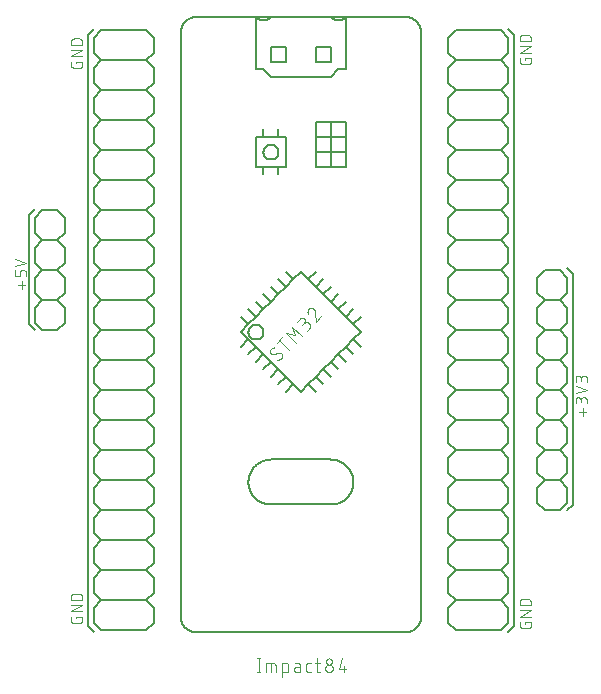
<source format=gbr>
G04 EAGLE Gerber RS-274X export*
G75*
%MOMM*%
%FSLAX34Y34*%
%LPD*%
%INSilkscreen Top*%
%IPPOS*%
%AMOC8*
5,1,8,0,0,1.08239X$1,22.5*%
G01*
%ADD10C,0.076200*%
%ADD11C,0.152400*%
%ADD12C,0.101600*%
%ADD13C,0.127000*%


D10*
X18464Y340381D02*
X18464Y346646D01*
X15332Y343514D02*
X21597Y343514D01*
X22119Y350657D02*
X22119Y353789D01*
X22117Y353878D01*
X22111Y353966D01*
X22102Y354054D01*
X22089Y354142D01*
X22072Y354229D01*
X22052Y354315D01*
X22027Y354400D01*
X22000Y354485D01*
X21968Y354568D01*
X21934Y354649D01*
X21895Y354729D01*
X21854Y354807D01*
X21809Y354884D01*
X21761Y354958D01*
X21710Y355031D01*
X21656Y355101D01*
X21598Y355168D01*
X21538Y355234D01*
X21476Y355296D01*
X21410Y355356D01*
X21343Y355414D01*
X21273Y355468D01*
X21200Y355519D01*
X21126Y355567D01*
X21049Y355612D01*
X20971Y355653D01*
X20891Y355692D01*
X20810Y355726D01*
X20727Y355758D01*
X20642Y355785D01*
X20557Y355810D01*
X20471Y355830D01*
X20384Y355847D01*
X20296Y355860D01*
X20208Y355869D01*
X20120Y355875D01*
X20031Y355877D01*
X20031Y355878D02*
X18986Y355878D01*
X18986Y355877D02*
X18897Y355875D01*
X18809Y355869D01*
X18721Y355860D01*
X18633Y355847D01*
X18546Y355830D01*
X18460Y355810D01*
X18375Y355785D01*
X18290Y355758D01*
X18207Y355726D01*
X18126Y355692D01*
X18046Y355653D01*
X17968Y355612D01*
X17891Y355567D01*
X17817Y355519D01*
X17744Y355468D01*
X17674Y355414D01*
X17607Y355356D01*
X17541Y355296D01*
X17479Y355234D01*
X17419Y355168D01*
X17361Y355101D01*
X17307Y355031D01*
X17256Y354958D01*
X17208Y354884D01*
X17163Y354807D01*
X17122Y354729D01*
X17083Y354649D01*
X17049Y354568D01*
X17017Y354485D01*
X16990Y354400D01*
X16965Y354315D01*
X16945Y354229D01*
X16928Y354142D01*
X16915Y354054D01*
X16906Y353966D01*
X16900Y353878D01*
X16898Y353789D01*
X16898Y350657D01*
X12721Y350657D01*
X12721Y355878D01*
X12721Y359279D02*
X22119Y362411D01*
X12721Y365544D01*
X444398Y534036D02*
X444398Y535602D01*
X449619Y535602D01*
X449619Y532469D01*
X449617Y532380D01*
X449611Y532292D01*
X449602Y532204D01*
X449589Y532116D01*
X449572Y532029D01*
X449552Y531943D01*
X449527Y531858D01*
X449500Y531773D01*
X449468Y531690D01*
X449434Y531609D01*
X449395Y531529D01*
X449354Y531451D01*
X449309Y531374D01*
X449261Y531300D01*
X449210Y531227D01*
X449156Y531157D01*
X449098Y531090D01*
X449038Y531024D01*
X448976Y530962D01*
X448910Y530902D01*
X448843Y530844D01*
X448773Y530790D01*
X448700Y530739D01*
X448626Y530691D01*
X448549Y530646D01*
X448471Y530605D01*
X448391Y530566D01*
X448310Y530532D01*
X448227Y530500D01*
X448142Y530473D01*
X448057Y530448D01*
X447971Y530428D01*
X447884Y530411D01*
X447796Y530398D01*
X447708Y530389D01*
X447620Y530383D01*
X447531Y530381D01*
X442309Y530381D01*
X442218Y530383D01*
X442127Y530389D01*
X442036Y530399D01*
X441946Y530413D01*
X441857Y530431D01*
X441768Y530452D01*
X441681Y530478D01*
X441595Y530507D01*
X441510Y530540D01*
X441426Y530577D01*
X441344Y530617D01*
X441265Y530661D01*
X441187Y530708D01*
X441111Y530759D01*
X441037Y530813D01*
X440966Y530870D01*
X440898Y530930D01*
X440832Y530993D01*
X440769Y531059D01*
X440709Y531127D01*
X440652Y531198D01*
X440598Y531272D01*
X440547Y531348D01*
X440500Y531425D01*
X440456Y531505D01*
X440416Y531587D01*
X440379Y531671D01*
X440346Y531755D01*
X440317Y531842D01*
X440291Y531929D01*
X440270Y532018D01*
X440252Y532107D01*
X440238Y532197D01*
X440228Y532288D01*
X440222Y532379D01*
X440220Y532470D01*
X440221Y532469D02*
X440221Y535602D01*
X440221Y540135D02*
X449619Y540135D01*
X449619Y545356D02*
X440221Y540135D01*
X440221Y545356D02*
X449619Y545356D01*
X449619Y549888D02*
X440221Y549888D01*
X440221Y552499D01*
X440223Y552599D01*
X440229Y552699D01*
X440238Y552798D01*
X440252Y552898D01*
X440269Y552996D01*
X440290Y553094D01*
X440314Y553191D01*
X440343Y553287D01*
X440375Y553382D01*
X440410Y553475D01*
X440449Y553567D01*
X440492Y553658D01*
X440538Y553746D01*
X440588Y553833D01*
X440640Y553918D01*
X440696Y554001D01*
X440755Y554082D01*
X440818Y554160D01*
X440883Y554236D01*
X440951Y554310D01*
X441021Y554380D01*
X441095Y554448D01*
X441171Y554513D01*
X441249Y554576D01*
X441330Y554635D01*
X441413Y554691D01*
X441498Y554743D01*
X441585Y554793D01*
X441673Y554839D01*
X441764Y554882D01*
X441856Y554921D01*
X441949Y554956D01*
X442044Y554988D01*
X442140Y555017D01*
X442237Y555041D01*
X442335Y555062D01*
X442433Y555079D01*
X442533Y555093D01*
X442632Y555102D01*
X442732Y555108D01*
X442832Y555110D01*
X442832Y555109D02*
X447008Y555109D01*
X447008Y555110D02*
X447108Y555108D01*
X447208Y555102D01*
X447307Y555093D01*
X447407Y555079D01*
X447505Y555062D01*
X447603Y555041D01*
X447700Y555017D01*
X447796Y554988D01*
X447891Y554956D01*
X447984Y554921D01*
X448076Y554882D01*
X448167Y554839D01*
X448255Y554793D01*
X448342Y554743D01*
X448427Y554691D01*
X448510Y554635D01*
X448591Y554576D01*
X448669Y554513D01*
X448745Y554448D01*
X448819Y554380D01*
X448889Y554310D01*
X448957Y554236D01*
X449022Y554160D01*
X449085Y554082D01*
X449144Y554001D01*
X449200Y553918D01*
X449252Y553833D01*
X449302Y553746D01*
X449348Y553658D01*
X449391Y553567D01*
X449430Y553475D01*
X449465Y553382D01*
X449497Y553287D01*
X449526Y553191D01*
X449550Y553094D01*
X449571Y552996D01*
X449588Y552898D01*
X449602Y552798D01*
X449611Y552699D01*
X449617Y552599D01*
X449619Y552499D01*
X449619Y549888D01*
X64558Y532612D02*
X64558Y531045D01*
X64558Y532612D02*
X69779Y532612D01*
X69779Y529479D01*
X69777Y529390D01*
X69771Y529302D01*
X69762Y529214D01*
X69749Y529126D01*
X69732Y529039D01*
X69712Y528953D01*
X69687Y528868D01*
X69660Y528783D01*
X69628Y528700D01*
X69594Y528619D01*
X69555Y528539D01*
X69514Y528461D01*
X69469Y528384D01*
X69421Y528310D01*
X69370Y528237D01*
X69316Y528167D01*
X69258Y528100D01*
X69198Y528034D01*
X69136Y527972D01*
X69070Y527912D01*
X69003Y527854D01*
X68933Y527800D01*
X68860Y527749D01*
X68786Y527701D01*
X68709Y527656D01*
X68631Y527615D01*
X68551Y527576D01*
X68470Y527542D01*
X68387Y527510D01*
X68302Y527483D01*
X68217Y527458D01*
X68131Y527438D01*
X68044Y527421D01*
X67956Y527408D01*
X67868Y527399D01*
X67780Y527393D01*
X67691Y527391D01*
X62469Y527391D01*
X62469Y527390D02*
X62378Y527392D01*
X62287Y527398D01*
X62196Y527408D01*
X62106Y527422D01*
X62017Y527440D01*
X61928Y527461D01*
X61841Y527487D01*
X61755Y527516D01*
X61670Y527549D01*
X61586Y527586D01*
X61504Y527626D01*
X61425Y527670D01*
X61347Y527717D01*
X61271Y527768D01*
X61197Y527822D01*
X61126Y527879D01*
X61058Y527939D01*
X60992Y528002D01*
X60929Y528068D01*
X60869Y528136D01*
X60812Y528207D01*
X60758Y528281D01*
X60707Y528357D01*
X60660Y528434D01*
X60616Y528514D01*
X60576Y528596D01*
X60539Y528680D01*
X60506Y528764D01*
X60477Y528851D01*
X60451Y528938D01*
X60430Y529027D01*
X60412Y529116D01*
X60398Y529206D01*
X60388Y529297D01*
X60382Y529388D01*
X60380Y529479D01*
X60381Y529479D02*
X60381Y532612D01*
X60381Y537144D02*
X69779Y537144D01*
X69779Y542365D02*
X60381Y537144D01*
X60381Y542365D02*
X69779Y542365D01*
X69779Y546898D02*
X60381Y546898D01*
X60381Y549508D01*
X60383Y549608D01*
X60389Y549708D01*
X60398Y549807D01*
X60412Y549907D01*
X60429Y550005D01*
X60450Y550103D01*
X60474Y550200D01*
X60503Y550296D01*
X60535Y550391D01*
X60570Y550484D01*
X60609Y550576D01*
X60652Y550667D01*
X60698Y550755D01*
X60748Y550842D01*
X60800Y550927D01*
X60856Y551010D01*
X60915Y551091D01*
X60978Y551169D01*
X61043Y551245D01*
X61111Y551319D01*
X61181Y551389D01*
X61255Y551457D01*
X61331Y551522D01*
X61409Y551585D01*
X61490Y551644D01*
X61573Y551700D01*
X61658Y551752D01*
X61745Y551802D01*
X61833Y551848D01*
X61924Y551891D01*
X62016Y551930D01*
X62109Y551965D01*
X62204Y551997D01*
X62300Y552026D01*
X62397Y552050D01*
X62495Y552071D01*
X62593Y552088D01*
X62693Y552102D01*
X62792Y552111D01*
X62892Y552117D01*
X62992Y552119D01*
X67168Y552119D01*
X67268Y552117D01*
X67368Y552111D01*
X67467Y552102D01*
X67567Y552088D01*
X67665Y552071D01*
X67763Y552050D01*
X67860Y552026D01*
X67956Y551997D01*
X68051Y551965D01*
X68144Y551930D01*
X68236Y551891D01*
X68327Y551848D01*
X68415Y551802D01*
X68502Y551752D01*
X68587Y551700D01*
X68670Y551644D01*
X68751Y551585D01*
X68829Y551522D01*
X68905Y551457D01*
X68979Y551389D01*
X69049Y551319D01*
X69117Y551245D01*
X69182Y551169D01*
X69245Y551091D01*
X69304Y551010D01*
X69360Y550927D01*
X69412Y550842D01*
X69462Y550755D01*
X69508Y550667D01*
X69551Y550576D01*
X69590Y550484D01*
X69625Y550391D01*
X69657Y550296D01*
X69686Y550200D01*
X69710Y550103D01*
X69731Y550005D01*
X69748Y549907D01*
X69762Y549807D01*
X69771Y549708D01*
X69777Y549608D01*
X69779Y549508D01*
X69779Y546898D01*
D11*
X75000Y555000D02*
X75000Y55000D01*
X435000Y55000D02*
X435000Y555000D01*
X80000Y560000D02*
X75000Y555000D01*
X430000Y560000D02*
X435000Y555000D01*
X75000Y55000D02*
X80000Y50000D01*
X430000Y50000D02*
X435000Y55000D01*
D10*
X493464Y232881D02*
X493464Y239146D01*
X490332Y236014D02*
X496597Y236014D01*
X497119Y243157D02*
X497119Y245767D01*
X497117Y245868D01*
X497111Y245969D01*
X497101Y246070D01*
X497088Y246170D01*
X497070Y246270D01*
X497049Y246369D01*
X497023Y246467D01*
X496994Y246564D01*
X496962Y246660D01*
X496925Y246754D01*
X496885Y246847D01*
X496841Y246939D01*
X496794Y247028D01*
X496743Y247116D01*
X496689Y247202D01*
X496632Y247285D01*
X496572Y247367D01*
X496508Y247445D01*
X496442Y247522D01*
X496372Y247595D01*
X496300Y247666D01*
X496225Y247734D01*
X496147Y247799D01*
X496067Y247861D01*
X495985Y247920D01*
X495900Y247976D01*
X495814Y248028D01*
X495725Y248077D01*
X495634Y248123D01*
X495542Y248164D01*
X495448Y248203D01*
X495353Y248237D01*
X495257Y248268D01*
X495159Y248295D01*
X495061Y248319D01*
X494961Y248338D01*
X494861Y248354D01*
X494761Y248366D01*
X494660Y248374D01*
X494559Y248378D01*
X494457Y248378D01*
X494356Y248374D01*
X494255Y248366D01*
X494155Y248354D01*
X494055Y248338D01*
X493955Y248319D01*
X493857Y248295D01*
X493759Y248268D01*
X493663Y248237D01*
X493568Y248203D01*
X493474Y248164D01*
X493382Y248123D01*
X493291Y248077D01*
X493203Y248028D01*
X493116Y247976D01*
X493031Y247920D01*
X492949Y247861D01*
X492869Y247799D01*
X492791Y247734D01*
X492716Y247666D01*
X492644Y247595D01*
X492574Y247522D01*
X492508Y247445D01*
X492444Y247367D01*
X492384Y247285D01*
X492327Y247202D01*
X492273Y247116D01*
X492222Y247028D01*
X492175Y246939D01*
X492131Y246847D01*
X492091Y246754D01*
X492054Y246660D01*
X492022Y246564D01*
X491993Y246467D01*
X491967Y246369D01*
X491946Y246270D01*
X491928Y246170D01*
X491915Y246070D01*
X491905Y245969D01*
X491899Y245868D01*
X491897Y245767D01*
X487721Y246289D02*
X487721Y243157D01*
X487721Y246289D02*
X487723Y246379D01*
X487729Y246468D01*
X487738Y246558D01*
X487752Y246647D01*
X487769Y246735D01*
X487790Y246822D01*
X487815Y246909D01*
X487844Y246994D01*
X487876Y247078D01*
X487911Y247160D01*
X487951Y247241D01*
X487993Y247320D01*
X488039Y247397D01*
X488089Y247472D01*
X488141Y247545D01*
X488197Y247616D01*
X488255Y247684D01*
X488317Y247749D01*
X488381Y247812D01*
X488448Y247872D01*
X488517Y247929D01*
X488589Y247983D01*
X488663Y248034D01*
X488739Y248082D01*
X488817Y248126D01*
X488897Y248167D01*
X488979Y248205D01*
X489062Y248239D01*
X489147Y248269D01*
X489233Y248296D01*
X489319Y248319D01*
X489407Y248338D01*
X489496Y248353D01*
X489585Y248365D01*
X489674Y248373D01*
X489764Y248377D01*
X489854Y248377D01*
X489944Y248373D01*
X490033Y248365D01*
X490122Y248353D01*
X490211Y248338D01*
X490299Y248319D01*
X490385Y248296D01*
X490471Y248269D01*
X490556Y248239D01*
X490639Y248205D01*
X490721Y248167D01*
X490801Y248126D01*
X490879Y248082D01*
X490955Y248034D01*
X491029Y247983D01*
X491101Y247929D01*
X491170Y247872D01*
X491237Y247812D01*
X491301Y247749D01*
X491363Y247684D01*
X491421Y247616D01*
X491477Y247545D01*
X491529Y247472D01*
X491579Y247397D01*
X491625Y247320D01*
X491667Y247241D01*
X491707Y247160D01*
X491742Y247078D01*
X491774Y246994D01*
X491803Y246909D01*
X491828Y246822D01*
X491849Y246735D01*
X491866Y246647D01*
X491880Y246558D01*
X491889Y246468D01*
X491895Y246379D01*
X491897Y246289D01*
X491898Y246289D02*
X491898Y244201D01*
X487721Y251779D02*
X497119Y254911D01*
X487721Y258044D01*
X497119Y261445D02*
X497119Y264055D01*
X497117Y264156D01*
X497111Y264257D01*
X497101Y264358D01*
X497088Y264458D01*
X497070Y264558D01*
X497049Y264657D01*
X497023Y264755D01*
X496994Y264852D01*
X496962Y264948D01*
X496925Y265042D01*
X496885Y265135D01*
X496841Y265227D01*
X496794Y265316D01*
X496743Y265404D01*
X496689Y265490D01*
X496632Y265573D01*
X496572Y265655D01*
X496508Y265733D01*
X496442Y265810D01*
X496372Y265883D01*
X496300Y265954D01*
X496225Y266022D01*
X496147Y266087D01*
X496067Y266149D01*
X495985Y266208D01*
X495900Y266264D01*
X495814Y266316D01*
X495725Y266365D01*
X495634Y266411D01*
X495542Y266452D01*
X495448Y266491D01*
X495353Y266525D01*
X495257Y266556D01*
X495159Y266583D01*
X495061Y266607D01*
X494961Y266626D01*
X494861Y266642D01*
X494761Y266654D01*
X494660Y266662D01*
X494559Y266666D01*
X494457Y266666D01*
X494356Y266662D01*
X494255Y266654D01*
X494155Y266642D01*
X494055Y266626D01*
X493955Y266607D01*
X493857Y266583D01*
X493759Y266556D01*
X493663Y266525D01*
X493568Y266491D01*
X493474Y266452D01*
X493382Y266411D01*
X493291Y266365D01*
X493203Y266316D01*
X493116Y266264D01*
X493031Y266208D01*
X492949Y266149D01*
X492869Y266087D01*
X492791Y266022D01*
X492716Y265954D01*
X492644Y265883D01*
X492574Y265810D01*
X492508Y265733D01*
X492444Y265655D01*
X492384Y265573D01*
X492327Y265490D01*
X492273Y265404D01*
X492222Y265316D01*
X492175Y265227D01*
X492131Y265135D01*
X492091Y265042D01*
X492054Y264948D01*
X492022Y264852D01*
X491993Y264755D01*
X491967Y264657D01*
X491946Y264558D01*
X491928Y264458D01*
X491915Y264358D01*
X491905Y264257D01*
X491899Y264156D01*
X491897Y264055D01*
X487721Y264577D02*
X487721Y261445D01*
X487721Y264577D02*
X487723Y264667D01*
X487729Y264756D01*
X487738Y264846D01*
X487752Y264935D01*
X487769Y265023D01*
X487790Y265110D01*
X487815Y265197D01*
X487844Y265282D01*
X487876Y265366D01*
X487911Y265448D01*
X487951Y265529D01*
X487993Y265608D01*
X488039Y265685D01*
X488089Y265760D01*
X488141Y265833D01*
X488197Y265904D01*
X488255Y265972D01*
X488317Y266037D01*
X488381Y266100D01*
X488448Y266160D01*
X488517Y266217D01*
X488589Y266271D01*
X488663Y266322D01*
X488739Y266370D01*
X488817Y266414D01*
X488897Y266455D01*
X488979Y266493D01*
X489062Y266527D01*
X489147Y266557D01*
X489233Y266584D01*
X489319Y266607D01*
X489407Y266626D01*
X489496Y266641D01*
X489585Y266653D01*
X489674Y266661D01*
X489764Y266665D01*
X489854Y266665D01*
X489944Y266661D01*
X490033Y266653D01*
X490122Y266641D01*
X490211Y266626D01*
X490299Y266607D01*
X490385Y266584D01*
X490471Y266557D01*
X490556Y266527D01*
X490639Y266493D01*
X490721Y266455D01*
X490801Y266414D01*
X490879Y266370D01*
X490955Y266322D01*
X491029Y266271D01*
X491101Y266217D01*
X491170Y266160D01*
X491237Y266100D01*
X491301Y266037D01*
X491363Y265972D01*
X491421Y265904D01*
X491477Y265833D01*
X491529Y265760D01*
X491579Y265685D01*
X491625Y265608D01*
X491667Y265529D01*
X491707Y265448D01*
X491742Y265366D01*
X491774Y265282D01*
X491803Y265197D01*
X491828Y265110D01*
X491849Y265023D01*
X491866Y264935D01*
X491880Y264846D01*
X491889Y264756D01*
X491895Y264667D01*
X491897Y264577D01*
X491898Y264577D02*
X491898Y262489D01*
D11*
X30000Y407500D02*
X25000Y402500D01*
X25000Y310000D02*
X30000Y305000D01*
X480000Y152500D02*
X485000Y157500D01*
X485000Y352500D02*
X480000Y357500D01*
X485000Y352500D02*
X485000Y157500D01*
X25000Y310000D02*
X25000Y402500D01*
D10*
X444398Y58102D02*
X444398Y56536D01*
X444398Y58102D02*
X449619Y58102D01*
X449619Y54969D01*
X449617Y54880D01*
X449611Y54792D01*
X449602Y54704D01*
X449589Y54616D01*
X449572Y54529D01*
X449552Y54443D01*
X449527Y54358D01*
X449500Y54273D01*
X449468Y54190D01*
X449434Y54109D01*
X449395Y54029D01*
X449354Y53951D01*
X449309Y53874D01*
X449261Y53800D01*
X449210Y53727D01*
X449156Y53657D01*
X449098Y53590D01*
X449038Y53524D01*
X448976Y53462D01*
X448910Y53402D01*
X448843Y53344D01*
X448773Y53290D01*
X448700Y53239D01*
X448626Y53191D01*
X448549Y53146D01*
X448471Y53105D01*
X448391Y53066D01*
X448310Y53032D01*
X448227Y53000D01*
X448142Y52973D01*
X448057Y52948D01*
X447971Y52928D01*
X447884Y52911D01*
X447796Y52898D01*
X447708Y52889D01*
X447620Y52883D01*
X447531Y52881D01*
X442309Y52881D01*
X442218Y52883D01*
X442127Y52889D01*
X442036Y52899D01*
X441946Y52913D01*
X441857Y52931D01*
X441768Y52952D01*
X441681Y52978D01*
X441595Y53007D01*
X441510Y53040D01*
X441426Y53077D01*
X441344Y53117D01*
X441265Y53161D01*
X441187Y53208D01*
X441111Y53259D01*
X441037Y53313D01*
X440966Y53370D01*
X440898Y53430D01*
X440832Y53493D01*
X440769Y53559D01*
X440709Y53627D01*
X440652Y53698D01*
X440598Y53772D01*
X440547Y53848D01*
X440500Y53925D01*
X440456Y54005D01*
X440416Y54087D01*
X440379Y54171D01*
X440346Y54255D01*
X440317Y54342D01*
X440291Y54429D01*
X440270Y54518D01*
X440252Y54607D01*
X440238Y54697D01*
X440228Y54788D01*
X440222Y54879D01*
X440220Y54970D01*
X440221Y54969D02*
X440221Y58102D01*
X440221Y62635D02*
X449619Y62635D01*
X449619Y67856D02*
X440221Y62635D01*
X440221Y67856D02*
X449619Y67856D01*
X449619Y72388D02*
X440221Y72388D01*
X440221Y74999D01*
X440223Y75099D01*
X440229Y75199D01*
X440238Y75298D01*
X440252Y75398D01*
X440269Y75496D01*
X440290Y75594D01*
X440314Y75691D01*
X440343Y75787D01*
X440375Y75882D01*
X440410Y75975D01*
X440449Y76067D01*
X440492Y76158D01*
X440538Y76246D01*
X440588Y76333D01*
X440640Y76418D01*
X440696Y76501D01*
X440755Y76582D01*
X440818Y76660D01*
X440883Y76736D01*
X440951Y76810D01*
X441021Y76880D01*
X441095Y76948D01*
X441171Y77013D01*
X441249Y77076D01*
X441330Y77135D01*
X441413Y77191D01*
X441498Y77243D01*
X441585Y77293D01*
X441673Y77339D01*
X441764Y77382D01*
X441856Y77421D01*
X441949Y77456D01*
X442044Y77488D01*
X442140Y77517D01*
X442237Y77541D01*
X442335Y77562D01*
X442433Y77579D01*
X442533Y77593D01*
X442632Y77602D01*
X442732Y77608D01*
X442832Y77610D01*
X442832Y77609D02*
X447008Y77609D01*
X447008Y77610D02*
X447108Y77608D01*
X447208Y77602D01*
X447307Y77593D01*
X447407Y77579D01*
X447505Y77562D01*
X447603Y77541D01*
X447700Y77517D01*
X447796Y77488D01*
X447891Y77456D01*
X447984Y77421D01*
X448076Y77382D01*
X448167Y77339D01*
X448255Y77293D01*
X448342Y77243D01*
X448427Y77191D01*
X448510Y77135D01*
X448591Y77076D01*
X448669Y77013D01*
X448745Y76948D01*
X448819Y76880D01*
X448889Y76810D01*
X448957Y76736D01*
X449022Y76660D01*
X449085Y76582D01*
X449144Y76501D01*
X449200Y76418D01*
X449252Y76333D01*
X449302Y76246D01*
X449348Y76158D01*
X449391Y76067D01*
X449430Y75975D01*
X449465Y75882D01*
X449497Y75787D01*
X449526Y75691D01*
X449550Y75594D01*
X449571Y75496D01*
X449588Y75398D01*
X449602Y75298D01*
X449611Y75199D01*
X449617Y75099D01*
X449619Y74999D01*
X449619Y72388D01*
X64558Y62612D02*
X64558Y61045D01*
X64558Y62612D02*
X69779Y62612D01*
X69779Y59479D01*
X69777Y59390D01*
X69771Y59302D01*
X69762Y59214D01*
X69749Y59126D01*
X69732Y59039D01*
X69712Y58953D01*
X69687Y58868D01*
X69660Y58783D01*
X69628Y58700D01*
X69594Y58619D01*
X69555Y58539D01*
X69514Y58461D01*
X69469Y58384D01*
X69421Y58310D01*
X69370Y58237D01*
X69316Y58167D01*
X69258Y58100D01*
X69198Y58034D01*
X69136Y57972D01*
X69070Y57912D01*
X69003Y57854D01*
X68933Y57800D01*
X68860Y57749D01*
X68786Y57701D01*
X68709Y57656D01*
X68631Y57615D01*
X68551Y57576D01*
X68470Y57542D01*
X68387Y57510D01*
X68302Y57483D01*
X68217Y57458D01*
X68131Y57438D01*
X68044Y57421D01*
X67956Y57408D01*
X67868Y57399D01*
X67780Y57393D01*
X67691Y57391D01*
X62469Y57391D01*
X62469Y57390D02*
X62378Y57392D01*
X62287Y57398D01*
X62196Y57408D01*
X62106Y57422D01*
X62017Y57440D01*
X61928Y57461D01*
X61841Y57487D01*
X61755Y57516D01*
X61670Y57549D01*
X61586Y57586D01*
X61504Y57626D01*
X61425Y57670D01*
X61347Y57717D01*
X61271Y57768D01*
X61197Y57822D01*
X61126Y57879D01*
X61058Y57939D01*
X60992Y58002D01*
X60929Y58068D01*
X60869Y58136D01*
X60812Y58207D01*
X60758Y58281D01*
X60707Y58357D01*
X60660Y58434D01*
X60616Y58514D01*
X60576Y58596D01*
X60539Y58680D01*
X60506Y58764D01*
X60477Y58851D01*
X60451Y58938D01*
X60430Y59027D01*
X60412Y59116D01*
X60398Y59206D01*
X60388Y59297D01*
X60382Y59388D01*
X60380Y59479D01*
X60381Y59479D02*
X60381Y62612D01*
X60381Y67144D02*
X69779Y67144D01*
X69779Y72365D02*
X60381Y67144D01*
X60381Y72365D02*
X69779Y72365D01*
X69779Y76898D02*
X60381Y76898D01*
X60381Y79508D01*
X60383Y79608D01*
X60389Y79708D01*
X60398Y79807D01*
X60412Y79907D01*
X60429Y80005D01*
X60450Y80103D01*
X60474Y80200D01*
X60503Y80296D01*
X60535Y80391D01*
X60570Y80484D01*
X60609Y80576D01*
X60652Y80667D01*
X60698Y80755D01*
X60748Y80842D01*
X60800Y80927D01*
X60856Y81010D01*
X60915Y81091D01*
X60978Y81169D01*
X61043Y81245D01*
X61111Y81319D01*
X61181Y81389D01*
X61255Y81457D01*
X61331Y81522D01*
X61409Y81585D01*
X61490Y81644D01*
X61573Y81700D01*
X61658Y81752D01*
X61745Y81802D01*
X61833Y81848D01*
X61924Y81891D01*
X62016Y81930D01*
X62109Y81965D01*
X62204Y81997D01*
X62300Y82026D01*
X62397Y82050D01*
X62495Y82071D01*
X62593Y82088D01*
X62693Y82102D01*
X62792Y82111D01*
X62892Y82117D01*
X62992Y82119D01*
X67168Y82119D01*
X67268Y82117D01*
X67368Y82111D01*
X67467Y82102D01*
X67567Y82088D01*
X67665Y82071D01*
X67763Y82050D01*
X67860Y82026D01*
X67956Y81997D01*
X68051Y81965D01*
X68144Y81930D01*
X68236Y81891D01*
X68327Y81848D01*
X68415Y81802D01*
X68502Y81752D01*
X68587Y81700D01*
X68670Y81644D01*
X68751Y81585D01*
X68829Y81522D01*
X68905Y81457D01*
X68979Y81389D01*
X69049Y81319D01*
X69117Y81245D01*
X69182Y81169D01*
X69245Y81091D01*
X69304Y81010D01*
X69360Y80927D01*
X69412Y80842D01*
X69462Y80755D01*
X69508Y80667D01*
X69551Y80576D01*
X69590Y80484D01*
X69625Y80391D01*
X69657Y80296D01*
X69686Y80200D01*
X69710Y80103D01*
X69731Y80005D01*
X69748Y79907D01*
X69762Y79807D01*
X69771Y79708D01*
X69777Y79608D01*
X69779Y79508D01*
X69779Y76898D01*
D12*
X219306Y27192D02*
X219306Y15508D01*
X218008Y15508D02*
X220604Y15508D01*
X220604Y27192D02*
X218008Y27192D01*
X225699Y23297D02*
X225699Y15508D01*
X225699Y23297D02*
X231541Y23297D01*
X231628Y23295D01*
X231716Y23289D01*
X231802Y23279D01*
X231889Y23266D01*
X231974Y23248D01*
X232059Y23227D01*
X232143Y23202D01*
X232225Y23173D01*
X232306Y23140D01*
X232386Y23104D01*
X232464Y23065D01*
X232540Y23021D01*
X232614Y22975D01*
X232685Y22925D01*
X232755Y22872D01*
X232822Y22816D01*
X232886Y22757D01*
X232948Y22695D01*
X233007Y22631D01*
X233063Y22564D01*
X233116Y22494D01*
X233166Y22423D01*
X233212Y22349D01*
X233256Y22273D01*
X233295Y22195D01*
X233331Y22115D01*
X233364Y22034D01*
X233393Y21952D01*
X233418Y21868D01*
X233439Y21783D01*
X233457Y21698D01*
X233470Y21611D01*
X233480Y21525D01*
X233486Y21437D01*
X233488Y21350D01*
X233488Y15508D01*
X229593Y15508D02*
X229593Y23297D01*
X239248Y23297D02*
X239248Y11613D01*
X239248Y23297D02*
X242493Y23297D01*
X242580Y23295D01*
X242668Y23289D01*
X242754Y23279D01*
X242841Y23266D01*
X242926Y23248D01*
X243011Y23227D01*
X243095Y23202D01*
X243177Y23173D01*
X243258Y23140D01*
X243338Y23104D01*
X243416Y23065D01*
X243492Y23021D01*
X243566Y22975D01*
X243637Y22925D01*
X243707Y22872D01*
X243774Y22816D01*
X243838Y22757D01*
X243900Y22696D01*
X243959Y22631D01*
X244015Y22564D01*
X244068Y22494D01*
X244118Y22423D01*
X244164Y22349D01*
X244208Y22273D01*
X244247Y22195D01*
X244283Y22115D01*
X244316Y22034D01*
X244345Y21952D01*
X244370Y21868D01*
X244391Y21783D01*
X244409Y21698D01*
X244422Y21611D01*
X244432Y21525D01*
X244438Y21437D01*
X244440Y21350D01*
X244441Y21350D02*
X244441Y17455D01*
X244440Y17455D02*
X244438Y17368D01*
X244432Y17280D01*
X244422Y17194D01*
X244409Y17107D01*
X244391Y17022D01*
X244370Y16937D01*
X244345Y16853D01*
X244316Y16771D01*
X244283Y16690D01*
X244247Y16610D01*
X244208Y16532D01*
X244164Y16456D01*
X244118Y16382D01*
X244068Y16311D01*
X244015Y16241D01*
X243959Y16174D01*
X243900Y16110D01*
X243838Y16048D01*
X243774Y15989D01*
X243707Y15933D01*
X243637Y15880D01*
X243566Y15830D01*
X243492Y15784D01*
X243416Y15740D01*
X243338Y15701D01*
X243258Y15665D01*
X243177Y15632D01*
X243095Y15603D01*
X243011Y15578D01*
X242926Y15557D01*
X242841Y15539D01*
X242754Y15526D01*
X242668Y15516D01*
X242580Y15510D01*
X242493Y15508D01*
X239248Y15508D01*
X251308Y20052D02*
X254229Y20052D01*
X251308Y20052D02*
X251214Y20050D01*
X251120Y20044D01*
X251027Y20035D01*
X250934Y20021D01*
X250842Y20004D01*
X250750Y19982D01*
X250660Y19958D01*
X250570Y19929D01*
X250482Y19897D01*
X250395Y19861D01*
X250310Y19821D01*
X250227Y19778D01*
X250145Y19732D01*
X250065Y19682D01*
X249988Y19629D01*
X249913Y19573D01*
X249840Y19514D01*
X249769Y19452D01*
X249701Y19387D01*
X249636Y19319D01*
X249574Y19248D01*
X249515Y19175D01*
X249459Y19100D01*
X249406Y19023D01*
X249356Y18943D01*
X249310Y18861D01*
X249267Y18778D01*
X249227Y18693D01*
X249191Y18606D01*
X249159Y18518D01*
X249130Y18428D01*
X249106Y18338D01*
X249084Y18246D01*
X249067Y18154D01*
X249053Y18061D01*
X249044Y17968D01*
X249038Y17874D01*
X249036Y17780D01*
X249038Y17686D01*
X249044Y17592D01*
X249053Y17499D01*
X249067Y17406D01*
X249084Y17314D01*
X249106Y17222D01*
X249130Y17132D01*
X249159Y17042D01*
X249191Y16954D01*
X249227Y16867D01*
X249267Y16782D01*
X249310Y16699D01*
X249356Y16617D01*
X249406Y16537D01*
X249459Y16460D01*
X249515Y16385D01*
X249574Y16312D01*
X249636Y16241D01*
X249701Y16173D01*
X249769Y16108D01*
X249840Y16046D01*
X249913Y15987D01*
X249988Y15931D01*
X250065Y15878D01*
X250145Y15828D01*
X250227Y15782D01*
X250310Y15739D01*
X250395Y15699D01*
X250482Y15663D01*
X250570Y15631D01*
X250660Y15602D01*
X250750Y15578D01*
X250842Y15556D01*
X250934Y15539D01*
X251027Y15525D01*
X251120Y15516D01*
X251214Y15510D01*
X251308Y15508D01*
X254229Y15508D01*
X254229Y21350D01*
X254228Y21350D02*
X254226Y21437D01*
X254220Y21525D01*
X254210Y21611D01*
X254197Y21698D01*
X254179Y21783D01*
X254158Y21868D01*
X254133Y21952D01*
X254104Y22034D01*
X254071Y22115D01*
X254035Y22195D01*
X253996Y22273D01*
X253952Y22349D01*
X253906Y22423D01*
X253856Y22494D01*
X253803Y22564D01*
X253747Y22631D01*
X253688Y22695D01*
X253626Y22757D01*
X253562Y22816D01*
X253495Y22872D01*
X253425Y22925D01*
X253354Y22975D01*
X253280Y23021D01*
X253204Y23065D01*
X253126Y23104D01*
X253046Y23140D01*
X252965Y23173D01*
X252883Y23202D01*
X252799Y23227D01*
X252714Y23248D01*
X252629Y23266D01*
X252542Y23279D01*
X252456Y23289D01*
X252368Y23295D01*
X252281Y23297D01*
X249685Y23297D01*
X261342Y15508D02*
X263939Y15508D01*
X261342Y15508D02*
X261255Y15510D01*
X261167Y15516D01*
X261081Y15526D01*
X260994Y15539D01*
X260909Y15557D01*
X260824Y15578D01*
X260740Y15603D01*
X260658Y15632D01*
X260577Y15665D01*
X260497Y15701D01*
X260419Y15740D01*
X260343Y15784D01*
X260269Y15830D01*
X260198Y15880D01*
X260128Y15933D01*
X260061Y15989D01*
X259997Y16048D01*
X259935Y16110D01*
X259876Y16174D01*
X259820Y16241D01*
X259767Y16311D01*
X259717Y16382D01*
X259671Y16456D01*
X259627Y16532D01*
X259588Y16610D01*
X259552Y16690D01*
X259519Y16771D01*
X259490Y16853D01*
X259465Y16937D01*
X259444Y17022D01*
X259426Y17107D01*
X259413Y17194D01*
X259403Y17280D01*
X259397Y17368D01*
X259395Y17455D01*
X259395Y21350D01*
X259397Y21437D01*
X259403Y21525D01*
X259413Y21611D01*
X259426Y21698D01*
X259444Y21783D01*
X259465Y21868D01*
X259490Y21952D01*
X259519Y22034D01*
X259552Y22115D01*
X259588Y22195D01*
X259627Y22273D01*
X259671Y22349D01*
X259717Y22423D01*
X259767Y22494D01*
X259820Y22564D01*
X259876Y22631D01*
X259935Y22695D01*
X259997Y22757D01*
X260061Y22816D01*
X260128Y22872D01*
X260198Y22925D01*
X260269Y22975D01*
X260343Y23021D01*
X260419Y23065D01*
X260497Y23104D01*
X260577Y23140D01*
X260658Y23173D01*
X260740Y23202D01*
X260824Y23227D01*
X260909Y23248D01*
X260994Y23266D01*
X261081Y23279D01*
X261167Y23289D01*
X261255Y23295D01*
X261342Y23297D01*
X263939Y23297D01*
X267177Y23297D02*
X271072Y23297D01*
X268476Y27192D02*
X268476Y17455D01*
X268478Y17368D01*
X268484Y17280D01*
X268494Y17194D01*
X268507Y17107D01*
X268525Y17022D01*
X268546Y16937D01*
X268571Y16853D01*
X268600Y16771D01*
X268633Y16690D01*
X268669Y16610D01*
X268708Y16532D01*
X268752Y16456D01*
X268798Y16382D01*
X268848Y16311D01*
X268901Y16241D01*
X268957Y16174D01*
X269016Y16110D01*
X269078Y16048D01*
X269142Y15989D01*
X269209Y15933D01*
X269279Y15880D01*
X269350Y15830D01*
X269424Y15784D01*
X269500Y15740D01*
X269578Y15701D01*
X269658Y15665D01*
X269739Y15632D01*
X269821Y15603D01*
X269905Y15578D01*
X269990Y15557D01*
X270075Y15539D01*
X270162Y15526D01*
X270248Y15516D01*
X270336Y15510D01*
X270423Y15508D01*
X271072Y15508D01*
X275496Y18754D02*
X275498Y18867D01*
X275504Y18980D01*
X275514Y19093D01*
X275528Y19206D01*
X275545Y19318D01*
X275567Y19429D01*
X275592Y19539D01*
X275622Y19649D01*
X275655Y19757D01*
X275692Y19864D01*
X275732Y19970D01*
X275777Y20074D01*
X275825Y20177D01*
X275876Y20278D01*
X275931Y20377D01*
X275989Y20474D01*
X276051Y20569D01*
X276116Y20662D01*
X276184Y20752D01*
X276255Y20840D01*
X276330Y20926D01*
X276407Y21009D01*
X276487Y21089D01*
X276570Y21166D01*
X276656Y21241D01*
X276744Y21312D01*
X276834Y21380D01*
X276927Y21445D01*
X277022Y21507D01*
X277119Y21565D01*
X277218Y21620D01*
X277319Y21671D01*
X277422Y21719D01*
X277526Y21764D01*
X277632Y21804D01*
X277739Y21841D01*
X277847Y21874D01*
X277957Y21904D01*
X278067Y21929D01*
X278178Y21951D01*
X278290Y21968D01*
X278403Y21982D01*
X278516Y21992D01*
X278629Y21998D01*
X278742Y22000D01*
X278855Y21998D01*
X278968Y21992D01*
X279081Y21982D01*
X279194Y21968D01*
X279306Y21951D01*
X279417Y21929D01*
X279527Y21904D01*
X279637Y21874D01*
X279745Y21841D01*
X279852Y21804D01*
X279958Y21764D01*
X280062Y21719D01*
X280165Y21671D01*
X280266Y21620D01*
X280365Y21565D01*
X280462Y21507D01*
X280557Y21445D01*
X280650Y21380D01*
X280740Y21312D01*
X280828Y21241D01*
X280914Y21166D01*
X280997Y21089D01*
X281077Y21009D01*
X281154Y20926D01*
X281229Y20840D01*
X281300Y20752D01*
X281368Y20662D01*
X281433Y20569D01*
X281495Y20474D01*
X281553Y20377D01*
X281608Y20278D01*
X281659Y20177D01*
X281707Y20074D01*
X281752Y19970D01*
X281792Y19864D01*
X281829Y19757D01*
X281862Y19649D01*
X281892Y19539D01*
X281917Y19429D01*
X281939Y19318D01*
X281956Y19206D01*
X281970Y19093D01*
X281980Y18980D01*
X281986Y18867D01*
X281988Y18754D01*
X281986Y18641D01*
X281980Y18528D01*
X281970Y18415D01*
X281956Y18302D01*
X281939Y18190D01*
X281917Y18079D01*
X281892Y17969D01*
X281862Y17859D01*
X281829Y17751D01*
X281792Y17644D01*
X281752Y17538D01*
X281707Y17434D01*
X281659Y17331D01*
X281608Y17230D01*
X281553Y17131D01*
X281495Y17034D01*
X281433Y16939D01*
X281368Y16846D01*
X281300Y16756D01*
X281229Y16668D01*
X281154Y16582D01*
X281077Y16499D01*
X280997Y16419D01*
X280914Y16342D01*
X280828Y16267D01*
X280740Y16196D01*
X280650Y16128D01*
X280557Y16063D01*
X280462Y16001D01*
X280365Y15943D01*
X280266Y15888D01*
X280165Y15837D01*
X280062Y15789D01*
X279958Y15744D01*
X279852Y15704D01*
X279745Y15667D01*
X279637Y15634D01*
X279527Y15604D01*
X279417Y15579D01*
X279306Y15557D01*
X279194Y15540D01*
X279081Y15526D01*
X278968Y15516D01*
X278855Y15510D01*
X278742Y15508D01*
X278629Y15510D01*
X278516Y15516D01*
X278403Y15526D01*
X278290Y15540D01*
X278178Y15557D01*
X278067Y15579D01*
X277957Y15604D01*
X277847Y15634D01*
X277739Y15667D01*
X277632Y15704D01*
X277526Y15744D01*
X277422Y15789D01*
X277319Y15837D01*
X277218Y15888D01*
X277119Y15943D01*
X277022Y16001D01*
X276927Y16063D01*
X276834Y16128D01*
X276744Y16196D01*
X276656Y16267D01*
X276570Y16342D01*
X276487Y16419D01*
X276407Y16499D01*
X276330Y16582D01*
X276255Y16668D01*
X276184Y16756D01*
X276116Y16846D01*
X276051Y16939D01*
X275989Y17034D01*
X275931Y17131D01*
X275876Y17230D01*
X275825Y17331D01*
X275777Y17434D01*
X275732Y17538D01*
X275692Y17644D01*
X275655Y17751D01*
X275622Y17859D01*
X275592Y17969D01*
X275567Y18079D01*
X275545Y18190D01*
X275528Y18302D01*
X275514Y18415D01*
X275504Y18528D01*
X275498Y18641D01*
X275496Y18754D01*
X276146Y24596D02*
X276148Y24697D01*
X276154Y24797D01*
X276164Y24897D01*
X276177Y24997D01*
X276195Y25096D01*
X276216Y25195D01*
X276241Y25292D01*
X276270Y25389D01*
X276303Y25484D01*
X276339Y25578D01*
X276379Y25670D01*
X276422Y25761D01*
X276469Y25850D01*
X276519Y25937D01*
X276573Y26023D01*
X276630Y26106D01*
X276690Y26186D01*
X276753Y26265D01*
X276820Y26341D01*
X276889Y26414D01*
X276961Y26484D01*
X277035Y26552D01*
X277112Y26617D01*
X277192Y26678D01*
X277274Y26737D01*
X277358Y26792D01*
X277444Y26844D01*
X277532Y26893D01*
X277622Y26938D01*
X277714Y26980D01*
X277807Y27018D01*
X277902Y27052D01*
X277997Y27083D01*
X278094Y27110D01*
X278192Y27133D01*
X278291Y27153D01*
X278391Y27168D01*
X278491Y27180D01*
X278591Y27188D01*
X278692Y27192D01*
X278792Y27192D01*
X278893Y27188D01*
X278993Y27180D01*
X279093Y27168D01*
X279193Y27153D01*
X279292Y27133D01*
X279390Y27110D01*
X279487Y27083D01*
X279582Y27052D01*
X279677Y27018D01*
X279770Y26980D01*
X279862Y26938D01*
X279952Y26893D01*
X280040Y26844D01*
X280126Y26792D01*
X280210Y26737D01*
X280292Y26678D01*
X280372Y26617D01*
X280449Y26552D01*
X280523Y26484D01*
X280595Y26414D01*
X280664Y26341D01*
X280731Y26265D01*
X280794Y26186D01*
X280854Y26106D01*
X280911Y26023D01*
X280965Y25937D01*
X281015Y25850D01*
X281062Y25761D01*
X281105Y25670D01*
X281145Y25578D01*
X281181Y25484D01*
X281214Y25389D01*
X281243Y25292D01*
X281268Y25195D01*
X281289Y25096D01*
X281307Y24997D01*
X281320Y24897D01*
X281330Y24797D01*
X281336Y24697D01*
X281338Y24596D01*
X281336Y24495D01*
X281330Y24395D01*
X281320Y24295D01*
X281307Y24195D01*
X281289Y24096D01*
X281268Y23997D01*
X281243Y23900D01*
X281214Y23803D01*
X281181Y23708D01*
X281145Y23614D01*
X281105Y23522D01*
X281062Y23431D01*
X281015Y23342D01*
X280965Y23255D01*
X280911Y23169D01*
X280854Y23086D01*
X280794Y23006D01*
X280731Y22927D01*
X280664Y22851D01*
X280595Y22778D01*
X280523Y22708D01*
X280449Y22640D01*
X280372Y22575D01*
X280292Y22514D01*
X280210Y22455D01*
X280126Y22400D01*
X280040Y22348D01*
X279952Y22299D01*
X279862Y22254D01*
X279770Y22212D01*
X279677Y22174D01*
X279582Y22140D01*
X279487Y22109D01*
X279390Y22082D01*
X279292Y22059D01*
X279193Y22039D01*
X279093Y22024D01*
X278993Y22012D01*
X278893Y22004D01*
X278792Y22000D01*
X278692Y22000D01*
X278591Y22004D01*
X278491Y22012D01*
X278391Y22024D01*
X278291Y22039D01*
X278192Y22059D01*
X278094Y22082D01*
X277997Y22109D01*
X277902Y22140D01*
X277807Y22174D01*
X277714Y22212D01*
X277622Y22254D01*
X277532Y22299D01*
X277444Y22348D01*
X277358Y22400D01*
X277274Y22455D01*
X277192Y22514D01*
X277112Y22575D01*
X277035Y22640D01*
X276961Y22708D01*
X276889Y22778D01*
X276820Y22851D01*
X276753Y22927D01*
X276690Y23006D01*
X276630Y23086D01*
X276573Y23169D01*
X276519Y23255D01*
X276469Y23342D01*
X276422Y23431D01*
X276379Y23522D01*
X276339Y23614D01*
X276303Y23708D01*
X276270Y23803D01*
X276241Y23900D01*
X276216Y23997D01*
X276195Y24096D01*
X276177Y24195D01*
X276164Y24295D01*
X276154Y24395D01*
X276148Y24495D01*
X276146Y24596D01*
X286927Y18104D02*
X289523Y27192D01*
X286927Y18104D02*
X293418Y18104D01*
X291470Y15508D02*
X291470Y20701D01*
D13*
X229600Y570300D02*
X216900Y570300D01*
X280400Y570300D02*
X293100Y570300D01*
X216900Y570300D02*
X216900Y525850D01*
X223250Y525850D01*
X229600Y519500D01*
X280400Y519500D01*
X286750Y525850D01*
X293100Y525850D01*
X293100Y570300D01*
X210550Y309950D02*
X204200Y303600D01*
X210550Y309950D02*
X216900Y316300D01*
X223250Y322650D01*
X229600Y329000D01*
X235950Y335350D01*
X242300Y341700D01*
X248650Y348050D01*
X255000Y354400D01*
X261350Y348050D01*
X267700Y341700D01*
X274050Y335350D01*
X280400Y329000D01*
X286750Y322650D01*
X293100Y316300D01*
X299450Y309950D01*
X305800Y303600D01*
X299450Y297250D01*
X293100Y290900D01*
X286750Y284550D01*
X280400Y278200D01*
X274050Y271850D01*
X267700Y265500D01*
X261350Y259150D01*
X255000Y252800D01*
X248650Y259150D01*
X242300Y265500D01*
X235950Y271850D01*
X229600Y278200D01*
X223250Y284550D01*
X216900Y290900D01*
X210550Y297250D01*
X204200Y303600D01*
D12*
X238503Y285418D02*
X238574Y285348D01*
X238642Y285276D01*
X238707Y285201D01*
X238770Y285124D01*
X238829Y285044D01*
X238886Y284962D01*
X238939Y284878D01*
X238989Y284792D01*
X239035Y284704D01*
X239078Y284615D01*
X239118Y284524D01*
X239154Y284431D01*
X239187Y284337D01*
X239216Y284242D01*
X239241Y284146D01*
X239263Y284049D01*
X239281Y283951D01*
X239295Y283852D01*
X239306Y283753D01*
X239312Y283654D01*
X239315Y283555D01*
X239314Y283455D01*
X239309Y283356D01*
X239300Y283257D01*
X239288Y283158D01*
X239272Y283060D01*
X239252Y282963D01*
X239228Y282866D01*
X239201Y282771D01*
X239170Y282676D01*
X239135Y282583D01*
X239097Y282491D01*
X239055Y282401D01*
X239010Y282312D01*
X238962Y282225D01*
X238910Y282140D01*
X238855Y282057D01*
X238797Y281976D01*
X238736Y281898D01*
X238672Y281822D01*
X238605Y281748D01*
X238606Y281747D02*
X238506Y281644D01*
X238403Y281543D01*
X238297Y281445D01*
X238188Y281349D01*
X238077Y281257D01*
X237964Y281168D01*
X237848Y281081D01*
X237731Y280998D01*
X237611Y280917D01*
X237489Y280840D01*
X237365Y280766D01*
X237239Y280696D01*
X237111Y280629D01*
X236981Y280565D01*
X236850Y280504D01*
X236718Y280448D01*
X236583Y280394D01*
X236448Y280344D01*
X236311Y280298D01*
X236173Y280255D01*
X236034Y280216D01*
X235894Y280181D01*
X235754Y280149D01*
X235612Y280121D01*
X235470Y280097D01*
X235327Y280077D01*
X235183Y280060D01*
X235039Y280047D01*
X234895Y280038D01*
X234751Y280033D01*
X229550Y285398D02*
X229479Y285468D01*
X229411Y285540D01*
X229346Y285615D01*
X229283Y285692D01*
X229224Y285772D01*
X229167Y285854D01*
X229114Y285938D01*
X229064Y286024D01*
X229018Y286112D01*
X228975Y286201D01*
X228935Y286292D01*
X228899Y286385D01*
X228866Y286479D01*
X228837Y286574D01*
X228812Y286670D01*
X228790Y286767D01*
X228772Y286865D01*
X228758Y286964D01*
X228747Y287063D01*
X228741Y287162D01*
X228738Y287261D01*
X228739Y287361D01*
X228744Y287460D01*
X228753Y287559D01*
X228765Y287658D01*
X228781Y287756D01*
X228801Y287853D01*
X228825Y287950D01*
X228852Y288046D01*
X228883Y288140D01*
X228918Y288233D01*
X228956Y288325D01*
X228998Y288415D01*
X229043Y288504D01*
X229091Y288591D01*
X229143Y288676D01*
X229198Y288759D01*
X229256Y288840D01*
X229317Y288918D01*
X229381Y288994D01*
X229448Y289068D01*
X229448Y289069D02*
X229543Y289166D01*
X229641Y289261D01*
X229741Y289353D01*
X229844Y289443D01*
X229949Y289529D01*
X230057Y289613D01*
X230167Y289693D01*
X230279Y289770D01*
X230393Y289845D01*
X230509Y289915D01*
X230627Y289983D01*
X230748Y290047D01*
X230869Y290108D01*
X230993Y290166D01*
X231118Y290220D01*
X231244Y290270D01*
X231372Y290317D01*
X231501Y290360D01*
X231632Y290400D01*
X231763Y290436D01*
X231895Y290468D01*
X232028Y290497D01*
X232162Y290522D01*
X232093Y284780D02*
X231995Y284754D01*
X231896Y284732D01*
X231796Y284713D01*
X231696Y284698D01*
X231595Y284687D01*
X231494Y284680D01*
X231393Y284677D01*
X231291Y284678D01*
X231190Y284683D01*
X231089Y284691D01*
X230988Y284704D01*
X230888Y284720D01*
X230789Y284740D01*
X230690Y284764D01*
X230593Y284792D01*
X230496Y284823D01*
X230401Y284858D01*
X230308Y284897D01*
X230215Y284939D01*
X230125Y284985D01*
X230036Y285034D01*
X229950Y285087D01*
X229865Y285143D01*
X229783Y285202D01*
X229703Y285264D01*
X229625Y285330D01*
X229550Y285398D01*
X235961Y286036D02*
X236059Y286062D01*
X236158Y286084D01*
X236258Y286103D01*
X236358Y286118D01*
X236459Y286129D01*
X236560Y286136D01*
X236661Y286139D01*
X236763Y286138D01*
X236864Y286133D01*
X236965Y286125D01*
X237066Y286112D01*
X237166Y286096D01*
X237265Y286076D01*
X237364Y286052D01*
X237461Y286024D01*
X237558Y285993D01*
X237653Y285958D01*
X237746Y285919D01*
X237839Y285877D01*
X237929Y285831D01*
X238018Y285782D01*
X238104Y285729D01*
X238189Y285673D01*
X238271Y285614D01*
X238351Y285552D01*
X238429Y285486D01*
X238504Y285418D01*
X235961Y286036D02*
X232093Y284780D01*
X236739Y296778D02*
X245228Y288750D01*
X234509Y294420D02*
X238969Y299137D01*
X242178Y302530D02*
X250667Y294502D01*
X249570Y300900D02*
X242178Y302530D01*
X249570Y300900D02*
X247530Y308190D01*
X256019Y300162D01*
X259752Y304109D02*
X261982Y306467D01*
X262059Y306550D01*
X262132Y306637D01*
X262203Y306725D01*
X262270Y306817D01*
X262334Y306910D01*
X262395Y307006D01*
X262452Y307104D01*
X262506Y307203D01*
X262556Y307305D01*
X262603Y307408D01*
X262646Y307513D01*
X262686Y307619D01*
X262721Y307726D01*
X262753Y307835D01*
X262782Y307945D01*
X262806Y308055D01*
X262826Y308167D01*
X262843Y308279D01*
X262856Y308392D01*
X262864Y308504D01*
X262869Y308618D01*
X262870Y308731D01*
X262867Y308844D01*
X262860Y308957D01*
X262848Y309070D01*
X262834Y309182D01*
X262815Y309294D01*
X262792Y309405D01*
X262765Y309515D01*
X262735Y309624D01*
X262700Y309732D01*
X262662Y309839D01*
X262621Y309944D01*
X262575Y310048D01*
X262526Y310150D01*
X262474Y310251D01*
X262418Y310349D01*
X262359Y310446D01*
X262296Y310540D01*
X262230Y310632D01*
X262161Y310722D01*
X262089Y310809D01*
X262013Y310894D01*
X261935Y310976D01*
X261854Y311055D01*
X261771Y311132D01*
X261684Y311205D01*
X261596Y311276D01*
X261504Y311343D01*
X261411Y311407D01*
X261315Y311468D01*
X261217Y311525D01*
X261118Y311579D01*
X261016Y311629D01*
X260913Y311676D01*
X260808Y311719D01*
X260702Y311759D01*
X260595Y311794D01*
X260486Y311826D01*
X260376Y311855D01*
X260266Y311879D01*
X260154Y311899D01*
X260042Y311916D01*
X259929Y311929D01*
X259817Y311937D01*
X259703Y311942D01*
X259590Y311943D01*
X259477Y311940D01*
X259364Y311933D01*
X259251Y311921D01*
X259139Y311907D01*
X259027Y311888D01*
X258916Y311865D01*
X258806Y311838D01*
X258697Y311808D01*
X258589Y311773D01*
X258482Y311735D01*
X258377Y311694D01*
X258273Y311648D01*
X258171Y311599D01*
X258070Y311547D01*
X257972Y311491D01*
X257875Y311432D01*
X257781Y311369D01*
X257689Y311303D01*
X257599Y311234D01*
X257512Y311162D01*
X257427Y311086D01*
X257345Y311008D01*
X257266Y310927D01*
X253938Y314967D02*
X251263Y312137D01*
X253939Y314967D02*
X254009Y315038D01*
X254083Y315107D01*
X254159Y315174D01*
X254237Y315237D01*
X254318Y315297D01*
X254401Y315354D01*
X254486Y315407D01*
X254573Y315457D01*
X254663Y315504D01*
X254753Y315548D01*
X254846Y315587D01*
X254940Y315623D01*
X255035Y315656D01*
X255132Y315685D01*
X255229Y315710D01*
X255328Y315731D01*
X255427Y315748D01*
X255527Y315762D01*
X255627Y315771D01*
X255727Y315777D01*
X255828Y315779D01*
X255929Y315777D01*
X256029Y315771D01*
X256129Y315761D01*
X256229Y315747D01*
X256328Y315730D01*
X256427Y315708D01*
X256524Y315683D01*
X256621Y315654D01*
X256716Y315621D01*
X256810Y315585D01*
X256902Y315545D01*
X256993Y315502D01*
X257082Y315454D01*
X257169Y315404D01*
X257254Y315350D01*
X257337Y315293D01*
X257418Y315233D01*
X257496Y315170D01*
X257572Y315103D01*
X257645Y315034D01*
X257715Y314962D01*
X257783Y314888D01*
X257848Y314810D01*
X257909Y314731D01*
X257968Y314649D01*
X258023Y314565D01*
X258075Y314478D01*
X258123Y314390D01*
X258168Y314300D01*
X258210Y314208D01*
X258248Y314115D01*
X258282Y314021D01*
X258313Y313925D01*
X258340Y313828D01*
X258363Y313730D01*
X258382Y313631D01*
X258398Y313531D01*
X258409Y313431D01*
X258417Y313331D01*
X258421Y313230D01*
X258420Y313130D01*
X258416Y313029D01*
X258409Y312929D01*
X258397Y312829D01*
X258381Y312729D01*
X258362Y312630D01*
X258338Y312532D01*
X258311Y312436D01*
X258280Y312340D01*
X258246Y312245D01*
X258207Y312152D01*
X258166Y312060D01*
X258120Y311970D01*
X258072Y311882D01*
X258020Y311796D01*
X257964Y311712D01*
X257905Y311630D01*
X257844Y311551D01*
X257779Y311474D01*
X257711Y311399D01*
X257712Y311399D02*
X255928Y309512D01*
X261569Y323036D02*
X261643Y323112D01*
X261721Y323186D01*
X261801Y323256D01*
X261884Y323324D01*
X261969Y323388D01*
X262056Y323449D01*
X262145Y323508D01*
X262237Y323562D01*
X262330Y323614D01*
X262426Y323662D01*
X262523Y323706D01*
X262621Y323747D01*
X262721Y323784D01*
X262822Y323818D01*
X262925Y323848D01*
X263028Y323874D01*
X263133Y323896D01*
X263238Y323915D01*
X263344Y323929D01*
X263450Y323940D01*
X263556Y323947D01*
X263663Y323950D01*
X263769Y323949D01*
X263876Y323944D01*
X263982Y323935D01*
X264088Y323923D01*
X264194Y323906D01*
X264299Y323886D01*
X264402Y323862D01*
X264505Y323834D01*
X264607Y323803D01*
X264708Y323767D01*
X264807Y323728D01*
X264905Y323686D01*
X265001Y323640D01*
X265096Y323590D01*
X265189Y323537D01*
X265279Y323481D01*
X265368Y323421D01*
X265454Y323358D01*
X265538Y323292D01*
X265619Y323223D01*
X265698Y323151D01*
X261568Y323036D02*
X261486Y322946D01*
X261408Y322855D01*
X261332Y322760D01*
X261259Y322663D01*
X261190Y322564D01*
X261123Y322463D01*
X261060Y322360D01*
X261001Y322255D01*
X260944Y322147D01*
X260892Y322039D01*
X260842Y321928D01*
X260797Y321816D01*
X260755Y321702D01*
X260716Y321588D01*
X260682Y321472D01*
X260651Y321355D01*
X260624Y321237D01*
X260601Y321118D01*
X260581Y320999D01*
X260566Y320878D01*
X260554Y320758D01*
X260546Y320637D01*
X260542Y320516D01*
X260543Y320395D01*
X260546Y320274D01*
X260554Y320154D01*
X260566Y320033D01*
X260582Y319913D01*
X260601Y319794D01*
X260624Y319675D01*
X260652Y319557D01*
X260682Y319440D01*
X260717Y319324D01*
X260755Y319209D01*
X260798Y319096D01*
X260843Y318984D01*
X260893Y318873D01*
X260945Y318764D01*
X261002Y318657D01*
X266679Y320882D02*
X266677Y320993D01*
X266670Y321103D01*
X266660Y321213D01*
X266646Y321322D01*
X266629Y321431D01*
X266607Y321540D01*
X266581Y321647D01*
X266552Y321754D01*
X266519Y321859D01*
X266483Y321963D01*
X266442Y322066D01*
X266399Y322167D01*
X266351Y322267D01*
X266300Y322365D01*
X266246Y322461D01*
X266188Y322556D01*
X266127Y322648D01*
X266063Y322738D01*
X265996Y322825D01*
X265926Y322910D01*
X265852Y322993D01*
X265776Y323073D01*
X265697Y323150D01*
X266680Y320883D02*
X267605Y312414D01*
X272065Y317130D01*
D13*
X299450Y297250D02*
X305800Y290900D01*
X299450Y284550D02*
X293100Y290900D01*
X286750Y284550D02*
X293100Y278200D01*
X286750Y271850D02*
X280400Y278200D01*
X274050Y271850D02*
X280400Y265500D01*
X274050Y259150D02*
X267700Y265500D01*
X261350Y259150D02*
X267700Y252800D01*
X248650Y259150D02*
X242300Y252800D01*
X235950Y259150D02*
X242300Y265500D01*
X235950Y271850D02*
X229600Y265500D01*
X223250Y271850D02*
X229600Y278200D01*
X223250Y284550D02*
X216900Y278200D01*
X210550Y284550D02*
X216900Y290900D01*
X216900Y316300D02*
X210550Y322650D01*
X216900Y329000D02*
X223250Y322650D01*
X229600Y329000D02*
X223250Y335350D01*
X229600Y341700D02*
X235950Y335350D01*
X242300Y341700D02*
X235950Y348050D01*
X242300Y354400D02*
X248650Y348050D01*
X261350Y348050D02*
X267700Y354400D01*
X274050Y348050D02*
X267700Y341700D01*
X274050Y335350D02*
X280400Y341700D01*
X286750Y335350D02*
X280400Y329000D01*
X286750Y322650D02*
X293100Y329000D01*
X299450Y322650D02*
X293100Y316300D01*
X293100Y570300D02*
X343900Y570300D01*
X344207Y570296D01*
X344514Y570285D01*
X344820Y570267D01*
X345126Y570241D01*
X345431Y570207D01*
X345735Y570167D01*
X346038Y570119D01*
X346340Y570063D01*
X346640Y570001D01*
X346939Y569931D01*
X347236Y569854D01*
X347532Y569770D01*
X347825Y569678D01*
X348115Y569580D01*
X348403Y569475D01*
X348689Y569362D01*
X348972Y569243D01*
X349252Y569117D01*
X349529Y568985D01*
X349802Y568845D01*
X350072Y568699D01*
X350338Y568547D01*
X350601Y568388D01*
X350860Y568223D01*
X351114Y568052D01*
X351365Y567875D01*
X351611Y567691D01*
X351853Y567502D01*
X352089Y567307D01*
X352322Y567106D01*
X352549Y566900D01*
X352771Y566688D01*
X352988Y566471D01*
X353200Y566249D01*
X353406Y566022D01*
X353607Y565789D01*
X353802Y565553D01*
X353991Y565311D01*
X354175Y565065D01*
X354352Y564814D01*
X354523Y564560D01*
X354688Y564301D01*
X354847Y564038D01*
X354999Y563772D01*
X355145Y563502D01*
X355285Y563229D01*
X355417Y562952D01*
X355543Y562672D01*
X355662Y562389D01*
X355775Y562103D01*
X355880Y561815D01*
X355978Y561525D01*
X356070Y561232D01*
X356154Y560936D01*
X356231Y560639D01*
X356301Y560340D01*
X356363Y560040D01*
X356419Y559738D01*
X356467Y559435D01*
X356507Y559131D01*
X356541Y558826D01*
X356567Y558520D01*
X356585Y558214D01*
X356596Y557907D01*
X356600Y557600D01*
X356600Y62300D01*
X356596Y61993D01*
X356585Y61686D01*
X356567Y61380D01*
X356541Y61074D01*
X356507Y60769D01*
X356467Y60465D01*
X356419Y60162D01*
X356363Y59860D01*
X356301Y59560D01*
X356231Y59261D01*
X356154Y58964D01*
X356070Y58668D01*
X355978Y58375D01*
X355880Y58085D01*
X355775Y57797D01*
X355662Y57511D01*
X355543Y57228D01*
X355417Y56948D01*
X355285Y56671D01*
X355145Y56398D01*
X354999Y56128D01*
X354847Y55862D01*
X354688Y55599D01*
X354523Y55340D01*
X354352Y55086D01*
X354175Y54835D01*
X353991Y54589D01*
X353802Y54347D01*
X353607Y54111D01*
X353406Y53878D01*
X353200Y53651D01*
X352988Y53429D01*
X352771Y53212D01*
X352549Y53000D01*
X352322Y52794D01*
X352089Y52593D01*
X351853Y52398D01*
X351611Y52209D01*
X351365Y52025D01*
X351114Y51848D01*
X350860Y51677D01*
X350601Y51512D01*
X350338Y51353D01*
X350072Y51201D01*
X349802Y51055D01*
X349529Y50915D01*
X349252Y50783D01*
X348972Y50657D01*
X348689Y50538D01*
X348403Y50425D01*
X348115Y50320D01*
X347825Y50222D01*
X347532Y50130D01*
X347236Y50046D01*
X346939Y49969D01*
X346640Y49899D01*
X346340Y49837D01*
X346038Y49781D01*
X345735Y49733D01*
X345431Y49693D01*
X345126Y49659D01*
X344820Y49633D01*
X344514Y49615D01*
X344207Y49604D01*
X343900Y49600D01*
X166100Y49600D01*
X165793Y49604D01*
X165486Y49615D01*
X165180Y49633D01*
X164874Y49659D01*
X164569Y49693D01*
X164265Y49733D01*
X163962Y49781D01*
X163660Y49837D01*
X163360Y49899D01*
X163061Y49969D01*
X162764Y50046D01*
X162468Y50130D01*
X162175Y50222D01*
X161885Y50320D01*
X161597Y50425D01*
X161311Y50538D01*
X161028Y50657D01*
X160748Y50783D01*
X160471Y50915D01*
X160198Y51055D01*
X159928Y51201D01*
X159662Y51353D01*
X159399Y51512D01*
X159140Y51677D01*
X158886Y51848D01*
X158635Y52025D01*
X158389Y52209D01*
X158147Y52398D01*
X157911Y52593D01*
X157678Y52794D01*
X157451Y53000D01*
X157229Y53212D01*
X157012Y53429D01*
X156800Y53651D01*
X156594Y53878D01*
X156393Y54111D01*
X156198Y54347D01*
X156009Y54589D01*
X155825Y54835D01*
X155648Y55086D01*
X155477Y55340D01*
X155312Y55599D01*
X155153Y55862D01*
X155001Y56128D01*
X154855Y56398D01*
X154715Y56671D01*
X154583Y56948D01*
X154457Y57228D01*
X154338Y57511D01*
X154225Y57797D01*
X154120Y58085D01*
X154022Y58375D01*
X153930Y58668D01*
X153846Y58964D01*
X153769Y59261D01*
X153699Y59560D01*
X153637Y59860D01*
X153581Y60162D01*
X153533Y60465D01*
X153493Y60769D01*
X153459Y61074D01*
X153433Y61380D01*
X153415Y61686D01*
X153404Y61993D01*
X153400Y62300D01*
X153400Y557600D01*
X153404Y557907D01*
X153415Y558214D01*
X153433Y558520D01*
X153459Y558826D01*
X153493Y559131D01*
X153533Y559435D01*
X153581Y559738D01*
X153637Y560040D01*
X153699Y560340D01*
X153769Y560639D01*
X153846Y560936D01*
X153930Y561232D01*
X154022Y561525D01*
X154120Y561815D01*
X154225Y562103D01*
X154338Y562389D01*
X154457Y562672D01*
X154583Y562952D01*
X154715Y563229D01*
X154855Y563502D01*
X155001Y563772D01*
X155153Y564038D01*
X155312Y564301D01*
X155477Y564560D01*
X155648Y564814D01*
X155825Y565065D01*
X156009Y565311D01*
X156198Y565553D01*
X156393Y565789D01*
X156594Y566022D01*
X156800Y566249D01*
X157012Y566471D01*
X157229Y566688D01*
X157451Y566900D01*
X157678Y567106D01*
X157911Y567307D01*
X158147Y567502D01*
X158389Y567691D01*
X158635Y567875D01*
X158886Y568052D01*
X159140Y568223D01*
X159399Y568388D01*
X159662Y568547D01*
X159928Y568699D01*
X160198Y568845D01*
X160471Y568985D01*
X160748Y569117D01*
X161028Y569243D01*
X161311Y569362D01*
X161597Y569475D01*
X161885Y569580D01*
X162175Y569678D01*
X162468Y569770D01*
X162764Y569854D01*
X163061Y569931D01*
X163360Y570001D01*
X163660Y570063D01*
X163962Y570119D01*
X164265Y570167D01*
X164569Y570207D01*
X164874Y570241D01*
X165180Y570267D01*
X165486Y570285D01*
X165793Y570296D01*
X166100Y570300D01*
X216900Y570300D01*
X217055Y570149D01*
X217214Y570001D01*
X217377Y569857D01*
X217543Y569717D01*
X217712Y569581D01*
X217884Y569449D01*
X218060Y569322D01*
X218238Y569199D01*
X218420Y569080D01*
X218604Y568965D01*
X218791Y568855D01*
X218981Y568750D01*
X219173Y568649D01*
X219368Y568553D01*
X219564Y568461D01*
X219763Y568374D01*
X219964Y568293D01*
X220167Y568216D01*
X220372Y568144D01*
X220578Y568077D01*
X220786Y568015D01*
X220996Y567958D01*
X221206Y567906D01*
X221418Y567859D01*
X221631Y567817D01*
X221845Y567781D01*
X222060Y567749D01*
X222275Y567723D01*
X222491Y567702D01*
X222708Y567686D01*
X222925Y567676D01*
X223141Y567671D01*
X223359Y567671D01*
X223575Y567676D01*
X223792Y567686D01*
X224009Y567702D01*
X224225Y567723D01*
X224440Y567749D01*
X224655Y567781D01*
X224869Y567817D01*
X225082Y567859D01*
X225294Y567906D01*
X225504Y567958D01*
X225714Y568015D01*
X225922Y568077D01*
X226128Y568144D01*
X226333Y568216D01*
X226536Y568293D01*
X226737Y568374D01*
X226936Y568461D01*
X227132Y568553D01*
X227327Y568649D01*
X227519Y568750D01*
X227709Y568855D01*
X227896Y568965D01*
X228080Y569080D01*
X228262Y569199D01*
X228440Y569322D01*
X228616Y569449D01*
X228788Y569581D01*
X228957Y569717D01*
X229123Y569857D01*
X229286Y570001D01*
X229445Y570149D01*
X229600Y570300D01*
X280400Y570300D01*
X280555Y570149D01*
X280714Y570001D01*
X280877Y569857D01*
X281043Y569717D01*
X281212Y569581D01*
X281384Y569449D01*
X281560Y569322D01*
X281738Y569199D01*
X281920Y569080D01*
X282104Y568965D01*
X282291Y568855D01*
X282481Y568750D01*
X282673Y568649D01*
X282868Y568553D01*
X283064Y568461D01*
X283263Y568374D01*
X283464Y568293D01*
X283667Y568216D01*
X283872Y568144D01*
X284078Y568077D01*
X284286Y568015D01*
X284496Y567958D01*
X284706Y567906D01*
X284918Y567859D01*
X285131Y567817D01*
X285345Y567781D01*
X285560Y567749D01*
X285775Y567723D01*
X285991Y567702D01*
X286208Y567686D01*
X286425Y567676D01*
X286641Y567671D01*
X286859Y567671D01*
X287075Y567676D01*
X287292Y567686D01*
X287509Y567702D01*
X287725Y567723D01*
X287940Y567749D01*
X288155Y567781D01*
X288369Y567817D01*
X288582Y567859D01*
X288794Y567906D01*
X289004Y567958D01*
X289214Y568015D01*
X289422Y568077D01*
X289628Y568144D01*
X289833Y568216D01*
X290036Y568293D01*
X290237Y568374D01*
X290436Y568461D01*
X290632Y568553D01*
X290827Y568649D01*
X291019Y568750D01*
X291209Y568855D01*
X291396Y568965D01*
X291580Y569080D01*
X291762Y569199D01*
X291940Y569322D01*
X292116Y569449D01*
X292288Y569581D01*
X292457Y569717D01*
X292623Y569857D01*
X292786Y570001D01*
X292945Y570149D01*
X293100Y570300D01*
X229600Y544900D02*
X229600Y532200D01*
X242300Y532200D01*
X242300Y544900D01*
X267700Y544900D02*
X267700Y532200D01*
X280400Y532200D01*
X280400Y544900D01*
X242300Y544900D02*
X229600Y544900D01*
X267700Y544900D02*
X280400Y544900D01*
X210550Y297250D02*
X204200Y290900D01*
X210550Y309950D02*
X204200Y316300D01*
X299450Y309950D02*
X305800Y316300D01*
X210550Y303600D02*
X210552Y303759D01*
X210558Y303918D01*
X210568Y304076D01*
X210582Y304235D01*
X210600Y304393D01*
X210621Y304550D01*
X210647Y304707D01*
X210677Y304863D01*
X210710Y305019D01*
X210748Y305173D01*
X210789Y305327D01*
X210834Y305479D01*
X210883Y305630D01*
X210936Y305780D01*
X210992Y305929D01*
X211053Y306076D01*
X211116Y306221D01*
X211184Y306365D01*
X211255Y306508D01*
X211329Y306648D01*
X211407Y306786D01*
X211489Y306923D01*
X211574Y307057D01*
X211662Y307190D01*
X211753Y307320D01*
X211848Y307447D01*
X211946Y307572D01*
X212047Y307695D01*
X212151Y307815D01*
X212258Y307933D01*
X212368Y308048D01*
X212481Y308160D01*
X212596Y308269D01*
X212714Y308375D01*
X212835Y308479D01*
X212959Y308579D01*
X213084Y308676D01*
X213213Y308770D01*
X213343Y308860D01*
X213476Y308948D01*
X213611Y309032D01*
X213748Y309112D01*
X213887Y309190D01*
X214028Y309263D01*
X214170Y309333D01*
X214315Y309400D01*
X214461Y309463D01*
X214608Y309522D01*
X214757Y309578D01*
X214908Y309629D01*
X215059Y309677D01*
X215212Y309721D01*
X215366Y309762D01*
X215520Y309798D01*
X215676Y309831D01*
X215832Y309860D01*
X215989Y309884D01*
X216147Y309905D01*
X216305Y309922D01*
X216463Y309935D01*
X216622Y309944D01*
X216781Y309949D01*
X216940Y309950D01*
X217099Y309947D01*
X217257Y309940D01*
X217416Y309929D01*
X217574Y309914D01*
X217732Y309895D01*
X217889Y309872D01*
X218046Y309846D01*
X218202Y309815D01*
X218357Y309781D01*
X218511Y309742D01*
X218665Y309700D01*
X218817Y309654D01*
X218968Y309604D01*
X219117Y309550D01*
X219266Y309493D01*
X219412Y309432D01*
X219558Y309367D01*
X219701Y309299D01*
X219843Y309227D01*
X219983Y309151D01*
X220121Y309073D01*
X220257Y308990D01*
X220391Y308905D01*
X220522Y308816D01*
X220652Y308723D01*
X220779Y308628D01*
X220903Y308529D01*
X221026Y308427D01*
X221145Y308323D01*
X221262Y308215D01*
X221376Y308104D01*
X221487Y307991D01*
X221596Y307875D01*
X221701Y307756D01*
X221804Y307634D01*
X221903Y307510D01*
X222000Y307384D01*
X222093Y307255D01*
X222183Y307124D01*
X222269Y306990D01*
X222352Y306855D01*
X222432Y306717D01*
X222508Y306578D01*
X222581Y306437D01*
X222650Y306294D01*
X222716Y306149D01*
X222778Y306002D01*
X222836Y305855D01*
X222891Y305705D01*
X222942Y305555D01*
X222989Y305403D01*
X223032Y305250D01*
X223071Y305096D01*
X223107Y304941D01*
X223138Y304785D01*
X223166Y304629D01*
X223190Y304472D01*
X223210Y304314D01*
X223226Y304156D01*
X223238Y303997D01*
X223246Y303838D01*
X223250Y303679D01*
X223250Y303521D01*
X223246Y303362D01*
X223238Y303203D01*
X223226Y303044D01*
X223210Y302886D01*
X223190Y302728D01*
X223166Y302571D01*
X223138Y302415D01*
X223107Y302259D01*
X223071Y302104D01*
X223032Y301950D01*
X222989Y301797D01*
X222942Y301645D01*
X222891Y301495D01*
X222836Y301345D01*
X222778Y301198D01*
X222716Y301051D01*
X222650Y300906D01*
X222581Y300763D01*
X222508Y300622D01*
X222432Y300483D01*
X222352Y300345D01*
X222269Y300210D01*
X222183Y300076D01*
X222093Y299945D01*
X222000Y299816D01*
X221903Y299690D01*
X221804Y299566D01*
X221701Y299444D01*
X221596Y299325D01*
X221487Y299209D01*
X221376Y299096D01*
X221262Y298985D01*
X221145Y298877D01*
X221026Y298773D01*
X220903Y298671D01*
X220779Y298572D01*
X220652Y298477D01*
X220522Y298384D01*
X220391Y298295D01*
X220257Y298210D01*
X220121Y298127D01*
X219983Y298049D01*
X219843Y297973D01*
X219701Y297901D01*
X219558Y297833D01*
X219412Y297768D01*
X219266Y297707D01*
X219117Y297650D01*
X218968Y297596D01*
X218817Y297546D01*
X218665Y297500D01*
X218511Y297458D01*
X218357Y297419D01*
X218202Y297385D01*
X218046Y297354D01*
X217889Y297328D01*
X217732Y297305D01*
X217574Y297286D01*
X217416Y297271D01*
X217257Y297260D01*
X217099Y297253D01*
X216940Y297250D01*
X216781Y297251D01*
X216622Y297256D01*
X216463Y297265D01*
X216305Y297278D01*
X216147Y297295D01*
X215989Y297316D01*
X215832Y297340D01*
X215676Y297369D01*
X215520Y297402D01*
X215366Y297438D01*
X215212Y297479D01*
X215059Y297523D01*
X214908Y297571D01*
X214757Y297622D01*
X214608Y297678D01*
X214461Y297737D01*
X214315Y297800D01*
X214170Y297867D01*
X214028Y297937D01*
X213887Y298010D01*
X213748Y298088D01*
X213611Y298168D01*
X213476Y298252D01*
X213343Y298340D01*
X213213Y298430D01*
X213084Y298524D01*
X212959Y298621D01*
X212835Y298721D01*
X212714Y298825D01*
X212596Y298931D01*
X212481Y299040D01*
X212368Y299152D01*
X212258Y299267D01*
X212151Y299385D01*
X212047Y299505D01*
X211946Y299628D01*
X211848Y299753D01*
X211753Y299880D01*
X211662Y300010D01*
X211574Y300143D01*
X211489Y300277D01*
X211407Y300414D01*
X211329Y300552D01*
X211255Y300692D01*
X211184Y300835D01*
X211116Y300979D01*
X211053Y301124D01*
X210992Y301271D01*
X210936Y301420D01*
X210883Y301570D01*
X210834Y301721D01*
X210789Y301873D01*
X210748Y302027D01*
X210710Y302181D01*
X210677Y302337D01*
X210647Y302493D01*
X210621Y302650D01*
X210600Y302807D01*
X210582Y302965D01*
X210568Y303124D01*
X210558Y303282D01*
X210552Y303441D01*
X210550Y303600D01*
X210550Y176600D02*
X210556Y176140D01*
X210572Y175680D01*
X210600Y175220D01*
X210639Y174761D01*
X210689Y174304D01*
X210750Y173847D01*
X210822Y173393D01*
X210905Y172940D01*
X210999Y172489D01*
X211104Y172041D01*
X211219Y171595D01*
X211345Y171153D01*
X211482Y170713D01*
X211630Y170277D01*
X211788Y169845D01*
X211956Y169416D01*
X212135Y168992D01*
X212324Y168572D01*
X212523Y168157D01*
X212732Y167747D01*
X212951Y167342D01*
X213179Y166942D01*
X213418Y166548D01*
X213665Y166160D01*
X213922Y165778D01*
X214188Y165403D01*
X214463Y165034D01*
X214747Y164671D01*
X215040Y164316D01*
X215341Y163968D01*
X215650Y163627D01*
X215968Y163293D01*
X216293Y162968D01*
X216627Y162650D01*
X216968Y162341D01*
X217316Y162040D01*
X217671Y161747D01*
X218034Y161463D01*
X218403Y161188D01*
X218778Y160922D01*
X219160Y160665D01*
X219548Y160418D01*
X219942Y160179D01*
X220342Y159951D01*
X220747Y159732D01*
X221157Y159523D01*
X221572Y159324D01*
X221992Y159135D01*
X222416Y158956D01*
X222845Y158788D01*
X223277Y158630D01*
X223713Y158482D01*
X224153Y158345D01*
X224595Y158219D01*
X225041Y158104D01*
X225489Y157999D01*
X225940Y157905D01*
X226393Y157822D01*
X226847Y157750D01*
X227304Y157689D01*
X227761Y157639D01*
X228220Y157600D01*
X228680Y157572D01*
X229140Y157556D01*
X229600Y157550D01*
X280400Y157550D01*
X280860Y157556D01*
X281320Y157572D01*
X281780Y157600D01*
X282239Y157639D01*
X282696Y157689D01*
X283153Y157750D01*
X283607Y157822D01*
X284060Y157905D01*
X284511Y157999D01*
X284959Y158104D01*
X285405Y158219D01*
X285847Y158345D01*
X286287Y158482D01*
X286723Y158630D01*
X287155Y158788D01*
X287584Y158956D01*
X288008Y159135D01*
X288428Y159324D01*
X288843Y159523D01*
X289253Y159732D01*
X289658Y159951D01*
X290058Y160179D01*
X290452Y160418D01*
X290840Y160665D01*
X291222Y160922D01*
X291597Y161188D01*
X291966Y161463D01*
X292329Y161747D01*
X292684Y162040D01*
X293032Y162341D01*
X293373Y162650D01*
X293707Y162968D01*
X294032Y163293D01*
X294350Y163627D01*
X294659Y163968D01*
X294960Y164316D01*
X295253Y164671D01*
X295537Y165034D01*
X295812Y165403D01*
X296078Y165778D01*
X296335Y166160D01*
X296582Y166548D01*
X296821Y166942D01*
X297049Y167342D01*
X297268Y167747D01*
X297477Y168157D01*
X297676Y168572D01*
X297865Y168992D01*
X298044Y169416D01*
X298212Y169845D01*
X298370Y170277D01*
X298518Y170713D01*
X298655Y171153D01*
X298781Y171595D01*
X298896Y172041D01*
X299001Y172489D01*
X299095Y172940D01*
X299178Y173393D01*
X299250Y173847D01*
X299311Y174304D01*
X299361Y174761D01*
X299400Y175220D01*
X299428Y175680D01*
X299444Y176140D01*
X299450Y176600D01*
X299444Y177060D01*
X299428Y177520D01*
X299400Y177980D01*
X299361Y178439D01*
X299311Y178896D01*
X299250Y179353D01*
X299178Y179807D01*
X299095Y180260D01*
X299001Y180711D01*
X298896Y181159D01*
X298781Y181605D01*
X298655Y182047D01*
X298518Y182487D01*
X298370Y182923D01*
X298212Y183355D01*
X298044Y183784D01*
X297865Y184208D01*
X297676Y184628D01*
X297477Y185043D01*
X297268Y185453D01*
X297049Y185858D01*
X296821Y186258D01*
X296582Y186652D01*
X296335Y187040D01*
X296078Y187422D01*
X295812Y187797D01*
X295537Y188166D01*
X295253Y188529D01*
X294960Y188884D01*
X294659Y189232D01*
X294350Y189573D01*
X294032Y189907D01*
X293707Y190232D01*
X293373Y190550D01*
X293032Y190859D01*
X292684Y191160D01*
X292329Y191453D01*
X291966Y191737D01*
X291597Y192012D01*
X291222Y192278D01*
X290840Y192535D01*
X290452Y192782D01*
X290058Y193021D01*
X289658Y193249D01*
X289253Y193468D01*
X288843Y193677D01*
X288428Y193876D01*
X288008Y194065D01*
X287584Y194244D01*
X287155Y194412D01*
X286723Y194570D01*
X286287Y194718D01*
X285847Y194855D01*
X285405Y194981D01*
X284959Y195096D01*
X284511Y195201D01*
X284060Y195295D01*
X283607Y195378D01*
X283153Y195450D01*
X282696Y195511D01*
X282239Y195561D01*
X281780Y195600D01*
X281320Y195628D01*
X280860Y195644D01*
X280400Y195650D01*
X229600Y195650D01*
X229140Y195644D01*
X228680Y195628D01*
X228220Y195600D01*
X227761Y195561D01*
X227304Y195511D01*
X226847Y195450D01*
X226393Y195378D01*
X225940Y195295D01*
X225489Y195201D01*
X225041Y195096D01*
X224595Y194981D01*
X224153Y194855D01*
X223713Y194718D01*
X223277Y194570D01*
X222845Y194412D01*
X222416Y194244D01*
X221992Y194065D01*
X221572Y193876D01*
X221157Y193677D01*
X220747Y193468D01*
X220342Y193249D01*
X219942Y193021D01*
X219548Y192782D01*
X219160Y192535D01*
X218778Y192278D01*
X218403Y192012D01*
X218034Y191737D01*
X217671Y191453D01*
X217316Y191160D01*
X216968Y190859D01*
X216627Y190550D01*
X216293Y190232D01*
X215968Y189907D01*
X215650Y189573D01*
X215341Y189232D01*
X215040Y188884D01*
X214747Y188529D01*
X214463Y188166D01*
X214188Y187797D01*
X213922Y187422D01*
X213665Y187040D01*
X213418Y186652D01*
X213179Y186258D01*
X212951Y185858D01*
X212732Y185453D01*
X212523Y185043D01*
X212324Y184628D01*
X212135Y184208D01*
X211956Y183784D01*
X211788Y183355D01*
X211630Y182923D01*
X211482Y182487D01*
X211345Y182047D01*
X211219Y181605D01*
X211104Y181159D01*
X210999Y180711D01*
X210905Y180260D01*
X210822Y179807D01*
X210750Y179353D01*
X210689Y178896D01*
X210639Y178439D01*
X210600Y177980D01*
X210572Y177520D01*
X210556Y177060D01*
X210550Y176600D01*
X267700Y481400D02*
X280400Y481400D01*
X280400Y443300D01*
X267700Y443300D01*
X267700Y456000D01*
X267700Y468700D01*
X267700Y481400D01*
X280400Y481400D02*
X293100Y481400D01*
X293100Y468700D01*
X293100Y456000D01*
X293100Y443300D01*
X280400Y443300D01*
X223250Y456000D02*
X223252Y456159D01*
X223258Y456318D01*
X223268Y456476D01*
X223282Y456635D01*
X223300Y456793D01*
X223321Y456950D01*
X223347Y457107D01*
X223377Y457263D01*
X223410Y457419D01*
X223448Y457573D01*
X223489Y457727D01*
X223534Y457879D01*
X223583Y458030D01*
X223636Y458180D01*
X223692Y458329D01*
X223753Y458476D01*
X223816Y458621D01*
X223884Y458765D01*
X223955Y458908D01*
X224029Y459048D01*
X224107Y459186D01*
X224189Y459323D01*
X224274Y459457D01*
X224362Y459590D01*
X224453Y459720D01*
X224548Y459847D01*
X224646Y459972D01*
X224747Y460095D01*
X224851Y460215D01*
X224958Y460333D01*
X225068Y460448D01*
X225181Y460560D01*
X225296Y460669D01*
X225414Y460775D01*
X225535Y460879D01*
X225659Y460979D01*
X225784Y461076D01*
X225913Y461170D01*
X226043Y461260D01*
X226176Y461348D01*
X226311Y461432D01*
X226448Y461512D01*
X226587Y461590D01*
X226728Y461663D01*
X226870Y461733D01*
X227015Y461800D01*
X227161Y461863D01*
X227308Y461922D01*
X227457Y461978D01*
X227608Y462029D01*
X227759Y462077D01*
X227912Y462121D01*
X228066Y462162D01*
X228220Y462198D01*
X228376Y462231D01*
X228532Y462260D01*
X228689Y462284D01*
X228847Y462305D01*
X229005Y462322D01*
X229163Y462335D01*
X229322Y462344D01*
X229481Y462349D01*
X229640Y462350D01*
X229799Y462347D01*
X229957Y462340D01*
X230116Y462329D01*
X230274Y462314D01*
X230432Y462295D01*
X230589Y462272D01*
X230746Y462246D01*
X230902Y462215D01*
X231057Y462181D01*
X231211Y462142D01*
X231365Y462100D01*
X231517Y462054D01*
X231668Y462004D01*
X231817Y461950D01*
X231966Y461893D01*
X232112Y461832D01*
X232258Y461767D01*
X232401Y461699D01*
X232543Y461627D01*
X232683Y461551D01*
X232821Y461473D01*
X232957Y461390D01*
X233091Y461305D01*
X233222Y461216D01*
X233352Y461123D01*
X233479Y461028D01*
X233603Y460929D01*
X233726Y460827D01*
X233845Y460723D01*
X233962Y460615D01*
X234076Y460504D01*
X234187Y460391D01*
X234296Y460275D01*
X234401Y460156D01*
X234504Y460034D01*
X234603Y459910D01*
X234700Y459784D01*
X234793Y459655D01*
X234883Y459524D01*
X234969Y459390D01*
X235052Y459255D01*
X235132Y459117D01*
X235208Y458978D01*
X235281Y458837D01*
X235350Y458694D01*
X235416Y458549D01*
X235478Y458402D01*
X235536Y458255D01*
X235591Y458105D01*
X235642Y457955D01*
X235689Y457803D01*
X235732Y457650D01*
X235771Y457496D01*
X235807Y457341D01*
X235838Y457185D01*
X235866Y457029D01*
X235890Y456872D01*
X235910Y456714D01*
X235926Y456556D01*
X235938Y456397D01*
X235946Y456238D01*
X235950Y456079D01*
X235950Y455921D01*
X235946Y455762D01*
X235938Y455603D01*
X235926Y455444D01*
X235910Y455286D01*
X235890Y455128D01*
X235866Y454971D01*
X235838Y454815D01*
X235807Y454659D01*
X235771Y454504D01*
X235732Y454350D01*
X235689Y454197D01*
X235642Y454045D01*
X235591Y453895D01*
X235536Y453745D01*
X235478Y453598D01*
X235416Y453451D01*
X235350Y453306D01*
X235281Y453163D01*
X235208Y453022D01*
X235132Y452883D01*
X235052Y452745D01*
X234969Y452610D01*
X234883Y452476D01*
X234793Y452345D01*
X234700Y452216D01*
X234603Y452090D01*
X234504Y451966D01*
X234401Y451844D01*
X234296Y451725D01*
X234187Y451609D01*
X234076Y451496D01*
X233962Y451385D01*
X233845Y451277D01*
X233726Y451173D01*
X233603Y451071D01*
X233479Y450972D01*
X233352Y450877D01*
X233222Y450784D01*
X233091Y450695D01*
X232957Y450610D01*
X232821Y450527D01*
X232683Y450449D01*
X232543Y450373D01*
X232401Y450301D01*
X232258Y450233D01*
X232112Y450168D01*
X231966Y450107D01*
X231817Y450050D01*
X231668Y449996D01*
X231517Y449946D01*
X231365Y449900D01*
X231211Y449858D01*
X231057Y449819D01*
X230902Y449785D01*
X230746Y449754D01*
X230589Y449728D01*
X230432Y449705D01*
X230274Y449686D01*
X230116Y449671D01*
X229957Y449660D01*
X229799Y449653D01*
X229640Y449650D01*
X229481Y449651D01*
X229322Y449656D01*
X229163Y449665D01*
X229005Y449678D01*
X228847Y449695D01*
X228689Y449716D01*
X228532Y449740D01*
X228376Y449769D01*
X228220Y449802D01*
X228066Y449838D01*
X227912Y449879D01*
X227759Y449923D01*
X227608Y449971D01*
X227457Y450022D01*
X227308Y450078D01*
X227161Y450137D01*
X227015Y450200D01*
X226870Y450267D01*
X226728Y450337D01*
X226587Y450410D01*
X226448Y450488D01*
X226311Y450568D01*
X226176Y450652D01*
X226043Y450740D01*
X225913Y450830D01*
X225784Y450924D01*
X225659Y451021D01*
X225535Y451121D01*
X225414Y451225D01*
X225296Y451331D01*
X225181Y451440D01*
X225068Y451552D01*
X224958Y451667D01*
X224851Y451785D01*
X224747Y451905D01*
X224646Y452028D01*
X224548Y452153D01*
X224453Y452280D01*
X224362Y452410D01*
X224274Y452543D01*
X224189Y452677D01*
X224107Y452814D01*
X224029Y452952D01*
X223955Y453092D01*
X223884Y453235D01*
X223816Y453379D01*
X223753Y453524D01*
X223692Y453671D01*
X223636Y453820D01*
X223583Y453970D01*
X223534Y454121D01*
X223489Y454273D01*
X223448Y454427D01*
X223410Y454581D01*
X223377Y454737D01*
X223347Y454893D01*
X223321Y455050D01*
X223300Y455207D01*
X223282Y455365D01*
X223268Y455524D01*
X223258Y455682D01*
X223252Y455841D01*
X223250Y456000D01*
X223250Y468700D02*
X216900Y468700D01*
X223250Y468700D02*
X235950Y468700D01*
X242300Y468700D01*
X242300Y443300D01*
X235950Y443300D01*
X223250Y443300D01*
X216900Y443300D01*
X216900Y468700D01*
X235950Y443300D02*
X235950Y436950D01*
X223250Y436950D02*
X223250Y443300D01*
X223250Y468700D02*
X223250Y475050D01*
X235950Y475050D02*
X235950Y468700D01*
X267700Y468700D02*
X293100Y468700D01*
X293100Y456000D02*
X267700Y456000D01*
D11*
X85950Y559000D02*
X79600Y552650D01*
X79600Y539950D01*
X85950Y533600D01*
X79600Y527250D01*
X79600Y514550D01*
X85950Y508200D01*
X79600Y501850D01*
X79600Y489150D01*
X85950Y482800D01*
X79600Y476450D01*
X79600Y463750D01*
X85950Y457400D01*
X79600Y451050D01*
X79600Y438350D01*
X85950Y432000D01*
X79600Y425650D01*
X79600Y412950D01*
X85950Y406600D01*
X85950Y559000D02*
X124050Y559000D01*
X130400Y552650D01*
X130400Y539950D01*
X124050Y533600D01*
X130400Y527250D01*
X130400Y514550D01*
X124050Y508200D01*
X130400Y501850D01*
X130400Y489150D01*
X124050Y482800D01*
X130400Y476450D01*
X130400Y463750D01*
X124050Y457400D01*
X130400Y451050D01*
X130400Y438350D01*
X124050Y432000D01*
X130400Y425650D01*
X130400Y412950D01*
X124050Y406600D01*
X130400Y400250D01*
X130400Y387550D01*
X124050Y381200D01*
X130400Y374850D01*
X130400Y362150D01*
X124050Y355800D01*
X130400Y349450D01*
X130400Y336750D01*
X124050Y330400D01*
X130400Y324050D01*
X130400Y311350D01*
X124050Y305000D01*
X130400Y298650D01*
X130400Y285950D01*
X124050Y279600D01*
X130400Y273250D01*
X130400Y260550D01*
X124050Y254200D01*
X130400Y247850D01*
X130400Y235150D01*
X124050Y228800D01*
X130400Y222450D01*
X130400Y209750D01*
X124050Y203400D01*
X130400Y197050D01*
X130400Y184350D01*
X124050Y178000D01*
X130400Y171650D01*
X130400Y158950D01*
X124050Y152600D01*
X130400Y146250D01*
X130400Y133550D01*
X124050Y127200D01*
X130400Y120850D01*
X130400Y108150D01*
X124050Y101800D01*
X130400Y95450D01*
X130400Y82750D01*
X124050Y76400D01*
X85950Y76400D02*
X79600Y82750D01*
X79600Y95450D01*
X85950Y101800D01*
X79600Y108150D01*
X79600Y120850D01*
X85950Y127200D01*
X79600Y133550D01*
X79600Y146250D01*
X85950Y152600D01*
X79600Y158950D01*
X79600Y171650D01*
X85950Y178000D01*
X79600Y184350D01*
X79600Y197050D01*
X85950Y203400D01*
X79600Y209750D01*
X79600Y222450D01*
X85950Y228800D01*
X79600Y235150D01*
X79600Y247850D01*
X85950Y254200D01*
X79600Y260550D01*
X79600Y273250D01*
X85950Y279600D01*
X79600Y285950D01*
X79600Y298650D01*
X85950Y305000D01*
X79600Y311350D01*
X79600Y324050D01*
X85950Y330400D01*
X79600Y336750D01*
X79600Y349450D01*
X85950Y355800D01*
X79600Y362150D01*
X79600Y374850D01*
X85950Y381200D01*
X79600Y387550D01*
X79600Y400250D01*
X85950Y406600D01*
X85950Y533600D02*
X124050Y533600D01*
X124050Y508200D02*
X85950Y508200D01*
X85950Y482800D02*
X124050Y482800D01*
X124050Y457400D02*
X85950Y457400D01*
X85950Y432000D02*
X124050Y432000D01*
X124050Y406600D02*
X85950Y406600D01*
X85950Y381200D02*
X124050Y381200D01*
X124050Y355800D02*
X85950Y355800D01*
X85950Y330400D02*
X124050Y330400D01*
X124050Y305000D02*
X85950Y305000D01*
X85950Y279600D02*
X124050Y279600D01*
X124050Y254200D02*
X85950Y254200D01*
X85950Y228800D02*
X124050Y228800D01*
X124050Y203400D02*
X85950Y203400D01*
X85950Y178000D02*
X124050Y178000D01*
X124050Y152600D02*
X85950Y152600D01*
X85950Y127200D02*
X124050Y127200D01*
X124050Y101800D02*
X85950Y101800D01*
X85950Y76400D02*
X124050Y76400D01*
X130400Y70050D01*
X130400Y57350D01*
X124050Y51000D01*
X85950Y51000D02*
X79600Y57350D01*
X79600Y70050D01*
X85950Y76400D01*
X85950Y51000D02*
X124050Y51000D01*
X379600Y552650D02*
X385950Y559000D01*
X379600Y552650D02*
X379600Y539950D01*
X385950Y533600D01*
X379600Y527250D01*
X379600Y514550D01*
X385950Y508200D01*
X379600Y501850D01*
X379600Y489150D01*
X385950Y482800D01*
X379600Y476450D01*
X379600Y463750D01*
X385950Y457400D01*
X379600Y451050D01*
X379600Y438350D01*
X385950Y432000D01*
X379600Y425650D01*
X379600Y412950D01*
X385950Y406600D01*
X385950Y559000D02*
X424050Y559000D01*
X430400Y552650D01*
X430400Y539950D01*
X424050Y533600D01*
X430400Y527250D01*
X430400Y514550D01*
X424050Y508200D01*
X430400Y501850D01*
X430400Y489150D01*
X424050Y482800D01*
X430400Y476450D01*
X430400Y463750D01*
X424050Y457400D01*
X430400Y451050D01*
X430400Y438350D01*
X424050Y432000D01*
X430400Y425650D01*
X430400Y412950D01*
X424050Y406600D01*
X430400Y400250D01*
X430400Y387550D01*
X424050Y381200D01*
X430400Y374850D01*
X430400Y362150D01*
X424050Y355800D01*
X430400Y349450D01*
X430400Y336750D01*
X424050Y330400D01*
X430400Y324050D01*
X430400Y311350D01*
X424050Y305000D01*
X430400Y298650D01*
X430400Y285950D01*
X424050Y279600D01*
X430400Y273250D01*
X430400Y260550D01*
X424050Y254200D01*
X430400Y247850D01*
X430400Y235150D01*
X424050Y228800D01*
X430400Y222450D01*
X430400Y209750D01*
X424050Y203400D01*
X430400Y197050D01*
X430400Y184350D01*
X424050Y178000D01*
X430400Y171650D01*
X430400Y158950D01*
X424050Y152600D01*
X430400Y146250D01*
X430400Y133550D01*
X424050Y127200D01*
X430400Y120850D01*
X430400Y108150D01*
X424050Y101800D01*
X430400Y95450D01*
X430400Y82750D01*
X424050Y76400D01*
X385950Y76400D02*
X379600Y82750D01*
X379600Y95450D01*
X385950Y101800D01*
X379600Y108150D01*
X379600Y120850D01*
X385950Y127200D01*
X379600Y133550D01*
X379600Y146250D01*
X385950Y152600D01*
X379600Y158950D01*
X379600Y171650D01*
X385950Y178000D01*
X379600Y184350D01*
X379600Y197050D01*
X385950Y203400D01*
X379600Y209750D01*
X379600Y222450D01*
X385950Y228800D01*
X379600Y235150D01*
X379600Y247850D01*
X385950Y254200D01*
X379600Y260550D01*
X379600Y273250D01*
X385950Y279600D01*
X379600Y285950D01*
X379600Y298650D01*
X385950Y305000D01*
X379600Y311350D01*
X379600Y324050D01*
X385950Y330400D01*
X379600Y336750D01*
X379600Y349450D01*
X385950Y355800D01*
X379600Y362150D01*
X379600Y374850D01*
X385950Y381200D01*
X379600Y387550D01*
X379600Y400250D01*
X385950Y406600D01*
X385950Y533600D02*
X424050Y533600D01*
X424050Y508200D02*
X385950Y508200D01*
X385950Y482800D02*
X424050Y482800D01*
X424050Y457400D02*
X385950Y457400D01*
X385950Y432000D02*
X424050Y432000D01*
X424050Y406600D02*
X385950Y406600D01*
X385950Y381200D02*
X424050Y381200D01*
X424050Y355800D02*
X385950Y355800D01*
X385950Y330400D02*
X424050Y330400D01*
X424050Y305000D02*
X385950Y305000D01*
X385950Y279600D02*
X424050Y279600D01*
X424050Y254200D02*
X385950Y254200D01*
X385950Y228800D02*
X424050Y228800D01*
X424050Y203400D02*
X385950Y203400D01*
X385950Y178000D02*
X424050Y178000D01*
X424050Y152600D02*
X385950Y152600D01*
X385950Y127200D02*
X424050Y127200D01*
X424050Y101800D02*
X385950Y101800D01*
X385950Y76400D02*
X424050Y76400D01*
X430400Y70050D01*
X430400Y57350D01*
X424050Y51000D01*
X385950Y51000D02*
X379600Y57350D01*
X379600Y70050D01*
X385950Y76400D01*
X385950Y51000D02*
X424050Y51000D01*
X474050Y152600D02*
X480400Y158950D01*
X480400Y171650D02*
X474050Y178000D01*
X480400Y184350D01*
X480400Y197050D02*
X474050Y203400D01*
X480400Y209750D01*
X480400Y222450D02*
X474050Y228800D01*
X480400Y235150D01*
X480400Y247850D02*
X474050Y254200D01*
X480400Y260550D01*
X480400Y273250D02*
X474050Y279600D01*
X480400Y285950D01*
X480400Y298650D02*
X474050Y305000D01*
X474050Y152600D02*
X461350Y152600D01*
X455000Y158950D01*
X455000Y171650D01*
X461350Y178000D01*
X455000Y184350D01*
X455000Y197050D01*
X461350Y203400D01*
X455000Y209750D01*
X455000Y222450D01*
X461350Y228800D01*
X455000Y235150D01*
X455000Y247850D01*
X461350Y254200D01*
X455000Y260550D01*
X455000Y273250D01*
X461350Y279600D01*
X455000Y285950D01*
X455000Y298650D01*
X461350Y305000D01*
X455000Y311350D01*
X455000Y324050D01*
X461350Y330400D01*
X474050Y330400D02*
X480400Y324050D01*
X480400Y311350D02*
X474050Y305000D01*
X474050Y178000D02*
X461350Y178000D01*
X461350Y203400D02*
X474050Y203400D01*
X474050Y228800D02*
X461350Y228800D01*
X461350Y254200D02*
X474050Y254200D01*
X474050Y279600D02*
X461350Y279600D01*
X461350Y305000D02*
X474050Y305000D01*
X474050Y330400D02*
X461350Y330400D01*
X480400Y324050D02*
X480400Y311350D01*
X480400Y298650D02*
X480400Y285950D01*
X480400Y273250D02*
X480400Y260550D01*
X480400Y247850D02*
X480400Y235150D01*
X480400Y222450D02*
X480400Y209750D01*
X480400Y197050D02*
X480400Y184350D01*
X480400Y171650D02*
X480400Y158950D01*
X461350Y330400D02*
X455000Y336750D01*
X455000Y349450D01*
X461350Y355800D01*
X474050Y355800D02*
X480400Y349450D01*
X480400Y336750D02*
X474050Y330400D01*
X474050Y355800D02*
X461350Y355800D01*
X480400Y349450D02*
X480400Y336750D01*
X55000Y311350D02*
X48650Y305000D01*
X55000Y324050D02*
X48650Y330400D01*
X55000Y336750D01*
X55000Y349450D02*
X48650Y355800D01*
X55000Y362150D01*
X55000Y374850D02*
X48650Y381200D01*
X48650Y305000D02*
X35950Y305000D01*
X29600Y311350D01*
X29600Y324050D01*
X35950Y330400D01*
X29600Y336750D01*
X29600Y349450D01*
X35950Y355800D01*
X29600Y362150D01*
X29600Y374850D01*
X35950Y381200D01*
X35950Y330400D02*
X48650Y330400D01*
X48650Y355800D02*
X35950Y355800D01*
X35950Y381200D02*
X48650Y381200D01*
X55000Y374850D02*
X55000Y362150D01*
X55000Y349450D02*
X55000Y336750D01*
X55000Y324050D02*
X55000Y311350D01*
X48650Y381200D02*
X55000Y387550D01*
X55000Y400250D02*
X48650Y406600D01*
X29600Y387550D02*
X35950Y381200D01*
X29600Y387550D02*
X29600Y400250D01*
X35950Y406600D01*
X48650Y406600D01*
X55000Y400250D02*
X55000Y387550D01*
M02*

</source>
